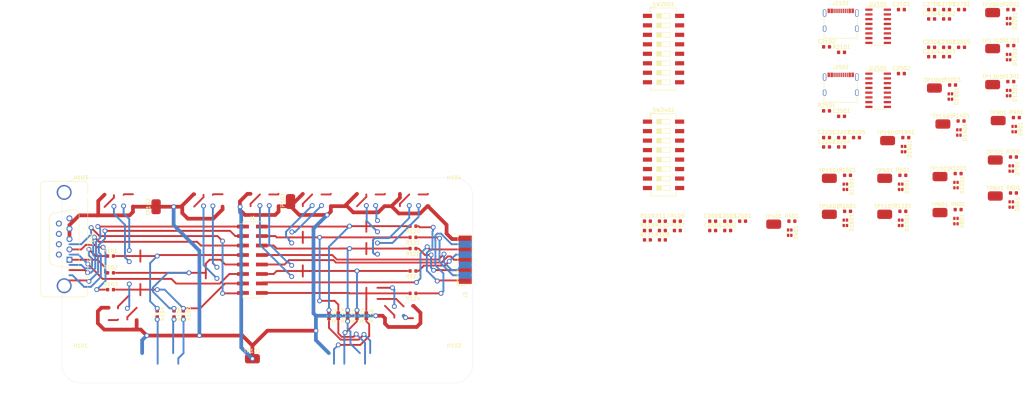
<source format=kicad_pcb>
(kicad_pcb (version 20171130) (host pcbnew 5.1.6-c6e7f7d~87~ubuntu18.04.1)
  (layers (0 F.Cu signal) (31 B.Cu signal) (34 B.Paste user) (35 F.Paste user) (36 B.SilkS user) (37 F.SilkS user) (38 B.Mask user) (39 F.Mask user) (44 Edge.Cuts user))
  (net 0 "")
  (net 1 "Net-(D201-Pad2)")
  (net 2 GND)
  (net 3 "Net-(D202-Pad1)")
  (net 4 "Net-(D301-Pad2)")
  (net 5 "Net-(D302-Pad1)")
  (net 6 "Net-(D401-Pad2)")
  (net 7 "Net-(D402-Pad1)")
  (net 8 "Net-(D501-Pad2)")
  (net 9 "Net-(D502-Pad1)")
  (net 10 "Net-(D601-Pad2)")
  (net 11 "Net-(D602-Pad1)")
  (net 12 "Net-(D701-Pad2)")
  (net 13 "Net-(D702-Pad1)")
  (net 14 "Net-(D801-Pad2)")
  (net 15 "Net-(D802-Pad1)")
  (net 16 "Net-(D901-Pad2)")
  (net 17 "Net-(D902-Pad1)")
  (net 18 "Net-(J1-Pad13)")
  (net 19 "Net-(J1-Pad12)")
  (net 20 "Net-(J1-Pad10)")
  (net 21 "Net-(J2-Pad7)")
  (net 22 "Net-(J5-Pad9)")
  (net 23 "Net-(D203-Pad2)")
  (net 24 "Net-(D204-Pad1)")
  (net 25 "Net-(D303-Pad2)")
  (net 26 "Net-(D304-Pad1)")
  (net 27 "Net-(D403-Pad2)")
  (net 28 "Net-(D404-Pad1)")
  (net 29 "Net-(D503-Pad2)")
  (net 30 "Net-(D504-Pad1)")
  (net 31 "Net-(D603-Pad2)")
  (net 32 "Net-(D604-Pad1)")
  (net 33 "Net-(D703-Pad2)")
  (net 34 "Net-(D704-Pad1)")
  (net 35 "Net-(D803-Pad2)")
  (net 36 "Net-(D804-Pad1)")
  (net 37 "Net-(D903-Pad2)")
  (net 38 "Net-(D904-Pad1)")
  (net 39 "Net-(J4-Pad8)")
  (net 40 "Net-(J4-Pad1)")
  (net 41 "Net-(J4-Pad2)")
  (net 42 "Net-(J5-Pad8)")
  (net 43 "Net-(J5-Pad6)")
  (net 44 "Net-(J5-Pad2)")
  (net 45 "Net-(J5-Pad1)")
  (net 46 "Net-(C2101-Pad1)")
  (net 47 VDD)
  (net 48 "Net-(C2501-Pad1)")
  (net 49 "/LEDs A/Signal1")
  (net 50 "Net-(D401-Pad1)")
  (net 51 "/LEDs A/Signal2")
  (net 52 "Net-(D501-Pad1)")
  (net 53 "/LEDs A/Signal3")
  (net 54 "Net-(D601-Pad1)")
  (net 55 "/LEDs A/Signal4")
  (net 56 "Net-(D701-Pad1)")
  (net 57 "/LEDs A/Signal6")
  (net 58 "Net-(D801-Pad1)")
  (net 59 "/LEDs A/Signal7")
  (net 60 "Net-(D901-Pad1)")
  (net 61 "/LEDs A/Signal8")
  (net 62 "Net-(D1001-Pad1)")
  (net 63 "/LEDs A/Signal9")
  (net 64 "Net-(D1101-Pad1)")
  (net 65 "/LEDs B/Signal1")
  (net 66 "Net-(D1301-Pad1)")
  (net 67 "/LEDs B/Signal2")
  (net 68 "Net-(D1401-Pad1)")
  (net 69 "/LEDs B/Signal3")
  (net 70 "Net-(D1501-Pad1)")
  (net 71 "/LEDs B/Signal4")
  (net 72 "Net-(D1601-Pad1)")
  (net 73 "/LEDs B/Signal6")
  (net 74 "Net-(D1701-Pad1)")
  (net 75 "/LEDs B/Signal7")
  (net 76 "Net-(D1801-Pad1)")
  (net 77 "/LEDs B/Signal8")
  (net 78 "Net-(D1901-Pad1)")
  (net 79 "/LEDs B/Signal9")
  (net 80 "Net-(D2001-Pad1)")
  (net 81 "Net-(J101-Pad3)")
  (net 82 "Net-(J101-Pad4)")
  (net 83 "Net-(J101-Pad7)")
  (net 84 "Net-(J101-Pad0)")
  (net 85 "Net-(J2101-PadS1)")
  (net 86 "Net-(J2101-PadA7)")
  (net 87 "Net-(J2101-PadA6)")
  (net 88 "Net-(J2501-PadS1)")
  (net 89 "Net-(J2501-PadA7)")
  (net 90 "Net-(J2501-PadA6)")
  (net 91 "/UART Hub/~DTR")
  (net 92 "Net-(R2101-Pad1)")
  (net 93 "Net-(R2501-Pad1)")
  (net 94 "/UART Hub/USB - UART/~RI")
  (net 95 "/UART Hub/USB - UART/~CTS")
  (net 96 "/UART Hub/USB - UART/~RTR")
  (net 97 "/UART Hub/USB - UART/~DSR")
  (net 98 "/UART Hub/USB - UART/~DTR")
  (net 99 "/UART Hub/USB - UART/TxD")
  (net 100 "/UART Hub/USB - UART/RxD")
  (net 101 "/UART Hub/USB - UART/~DCD")
  (net 102 "/sheet5F8AD0D9/USB - UART/~RI")
  (net 103 "/sheet5F8AD0D9/USB - UART/~CTS")
  (net 104 "/sheet5F8AD0D9/USB - UART/~RTR")
  (net 105 "/sheet5F8AD0D9/USB - UART/~DSR")
  (net 106 "/sheet5F8AD0D9/USB - UART/~DTR")
  (net 107 "/sheet5F8AD0D9/USB - UART/TxD")
  (net 108 "/sheet5F8AD0D9/USB - UART/RxD")
  (net 109 "/sheet5F8AD0D9/USB - UART/~DCD")
  (module Package_SO:SOIC-16_3.9x9.9mm_P1.27mm (layer F.Cu) (at 277.57 69.61)
    (fp_text reference U2501 (at 0 -5.9) (layer F.SilkS))
    (fp_text value CH340C)
    (pad 16 smd roundrect (at 2.475 -4.445) (size 1.95 0.6) (layers F.Cu F.Paste F.Mask) (net 47 VDD))
    (pad 15 smd roundrect (at 2.475 -3.175) (size 1.95 0.6) (layers F.Cu F.Paste F.Mask) (net 93 "Net-(R2501-Pad1)"))
    (pad 14 smd roundrect (at 2.475 -1.905) (size 1.95 0.6) (layers F.Cu F.Paste F.Mask) (net 104 "/sheet5F8AD0D9/USB - UART/~RTR"))
    (pad 13 smd roundrect (at 2.475 -0.635) (size 1.95 0.6) (layers F.Cu F.Paste F.Mask) (net 106 "/sheet5F8AD0D9/USB - UART/~DTR"))
    (pad 12 smd roundrect (at 2.475 0.635) (size 1.95 0.6) (layers F.Cu F.Paste F.Mask) (net 109 "/sheet5F8AD0D9/USB - UART/~DCD"))
    (pad 11 smd roundrect (at 2.475 1.905) (size 1.95 0.6) (layers F.Cu F.Paste F.Mask) (net 102 "/sheet5F8AD0D9/USB - UART/~RI"))
    (pad 10 smd roundrect (at 2.475 3.175) (size 1.95 0.6) (layers F.Cu F.Paste F.Mask) (net 105 "/sheet5F8AD0D9/USB - UART/~DSR"))
    (pad 9 smd roundrect (at 2.475 4.445) (size 1.95 0.6) (layers F.Cu F.Paste F.Mask) (net 103 "/sheet5F8AD0D9/USB - UART/~CTS"))
    (pad 8 smd roundrect (at -2.475 4.445) (size 1.95 0.6) (layers F.Cu F.Paste F.Mask))
    (pad 7 smd roundrect (at -2.475 3.175) (size 1.95 0.6) (layers F.Cu F.Paste F.Mask))
    (pad 6 smd roundrect (at -2.475 1.905) (size 1.95 0.6) (layers F.Cu F.Paste F.Mask) (net 89 "Net-(J2501-PadA7)"))
    (pad 5 smd roundrect (at -2.475 0.635) (size 1.95 0.6) (layers F.Cu F.Paste F.Mask) (net 90 "Net-(J2501-PadA6)"))
    (pad 4 smd roundrect (at -2.475 -0.635) (size 1.95 0.6) (layers F.Cu F.Paste F.Mask) (net 48 "Net-(C2501-Pad1)"))
    (pad 3 smd roundrect (at -2.475 -1.905) (size 1.95 0.6) (layers F.Cu F.Paste F.Mask) (net 108 "/sheet5F8AD0D9/USB - UART/RxD"))
    (pad 2 smd roundrect (at -2.475 -3.175) (size 1.95 0.6) (layers F.Cu F.Paste F.Mask) (net 107 "/sheet5F8AD0D9/USB - UART/TxD"))
    (pad 1 smd roundrect (at -2.475 -4.445) (size 1.95 0.6) (layers F.Cu F.Paste F.Mask) (net 2 GND))
  )
  (module Package_SO:SOIC-16_3.9x9.9mm_P1.27mm (layer F.Cu) (at 277.57 52.47)
    (fp_text reference U2101 (at 0 -5.9) (layer F.SilkS))
    (fp_text value CH340C)
    (pad 16 smd roundrect (at 2.475 -4.445) (size 1.95 0.6) (layers F.Cu F.Paste F.Mask) (net 47 VDD))
    (pad 15 smd roundrect (at 2.475 -3.175) (size 1.95 0.6) (layers F.Cu F.Paste F.Mask) (net 92 "Net-(R2101-Pad1)"))
    (pad 14 smd roundrect (at 2.475 -1.905) (size 1.95 0.6) (layers F.Cu F.Paste F.Mask) (net 96 "/UART Hub/USB - UART/~RTR"))
    (pad 13 smd roundrect (at 2.475 -0.635) (size 1.95 0.6) (layers F.Cu F.Paste F.Mask) (net 98 "/UART Hub/USB - UART/~DTR"))
    (pad 12 smd roundrect (at 2.475 0.635) (size 1.95 0.6) (layers F.Cu F.Paste F.Mask) (net 101 "/UART Hub/USB - UART/~DCD"))
    (pad 11 smd roundrect (at 2.475 1.905) (size 1.95 0.6) (layers F.Cu F.Paste F.Mask) (net 94 "/UART Hub/USB - UART/~RI"))
    (pad 10 smd roundrect (at 2.475 3.175) (size 1.95 0.6) (layers F.Cu F.Paste F.Mask) (net 97 "/UART Hub/USB - UART/~DSR"))
    (pad 9 smd roundrect (at 2.475 4.445) (size 1.95 0.6) (layers F.Cu F.Paste F.Mask) (net 95 "/UART Hub/USB - UART/~CTS"))
    (pad 8 smd roundrect (at -2.475 4.445) (size 1.95 0.6) (layers F.Cu F.Paste F.Mask))
    (pad 7 smd roundrect (at -2.475 3.175) (size 1.95 0.6) (layers F.Cu F.Paste F.Mask))
    (pad 6 smd roundrect (at -2.475 1.905) (size 1.95 0.6) (layers F.Cu F.Paste F.Mask) (net 86 "Net-(J2101-PadA7)"))
    (pad 5 smd roundrect (at -2.475 0.635) (size 1.95 0.6) (layers F.Cu F.Paste F.Mask) (net 87 "Net-(J2101-PadA6)"))
    (pad 4 smd roundrect (at -2.475 -0.635) (size 1.95 0.6) (layers F.Cu F.Paste F.Mask) (net 46 "Net-(C2101-Pad1)"))
    (pad 3 smd roundrect (at -2.475 -1.905) (size 1.95 0.6) (layers F.Cu F.Paste F.Mask) (net 100 "/UART Hub/USB - UART/RxD"))
    (pad 2 smd roundrect (at -2.475 -3.175) (size 1.95 0.6) (layers F.Cu F.Paste F.Mask) (net 99 "/UART Hub/USB - UART/TxD"))
    (pad 1 smd roundrect (at -2.475 -4.445) (size 1.95 0.6) (layers F.Cu F.Paste F.Mask) (net 2 GND))
  )
  (module rs232-sniffer:Keystone_5016 (layer F.Cu) (at 308.235 48.805)
    (fp_text reference TP2001 (at -0.05 -2.1) (layer F.SilkS))
    (fp_text value "SMD Testpoint")
    (pad 1 smd roundrect (at 0 0) (size 4 2.5) (layers F.Cu F.Paste F.Mask) (net 79 "/LEDs B/Signal9"))
  )
  (module rs232-sniffer:Keystone_5016 (layer F.Cu) (at 280.105 83.085)
    (fp_text reference TP1901 (at -0.05 -2.1) (layer F.SilkS))
    (fp_text value "SMD Testpoint")
    (pad 1 smd roundrect (at 0 0) (size 4 2.5) (layers F.Cu F.Paste F.Mask) (net 77 "/LEDs B/Signal8"))
  )
  (module rs232-sniffer:Keystone_5016 (layer F.Cu) (at 292.645 69.005)
    (fp_text reference TP1801 (at -0.05 -2.1) (layer F.SilkS))
    (fp_text value "SMD Testpoint")
    (pad 1 smd roundrect (at 0 0) (size 4 2.5) (layers F.Cu F.Paste F.Mask) (net 75 "/LEDs B/Signal7"))
  )
  (module rs232-sniffer:Keystone_5016 (layer F.Cu) (at 308.235 58.445)
    (fp_text reference TP1701 (at -0.05 -2.1) (layer F.SilkS))
    (fp_text value "SMD Testpoint")
    (pad 1 smd roundrect (at 0 0) (size 4 2.5) (layers F.Cu F.Paste F.Mask) (net 73 "/LEDs B/Signal6"))
  )
  (module rs232-sniffer:Keystone_5016 (layer F.Cu) (at 264.515 102.825)
    (fp_text reference TP1601 (at -0.05 -2.1) (layer F.SilkS))
    (fp_text value "SMD Testpoint")
    (pad 1 smd roundrect (at 0 0) (size 4 2.5) (layers F.Cu F.Paste F.Mask) (net 71 "/LEDs B/Signal4"))
  )
  (module rs232-sniffer:Keystone_5016 (layer F.Cu) (at 264.515 93.185)
    (fp_text reference TP1501 (at -0.05 -2.1) (layer F.SilkS))
    (fp_text value "SMD Testpoint")
    (pad 1 smd roundrect (at 0 0) (size 4 2.5) (layers F.Cu F.Paste F.Mask) (net 69 "/LEDs B/Signal3"))
  )
  (module rs232-sniffer:Keystone_5016 (layer F.Cu) (at 294.915 78.645)
    (fp_text reference TP1401 (at -0.05 -2.1) (layer F.SilkS))
    (fp_text value "SMD Testpoint")
    (pad 1 smd roundrect (at 0 0) (size 4 2.5) (layers F.Cu F.Paste F.Mask) (net 67 "/LEDs B/Signal2"))
  )
  (module rs232-sniffer:Keystone_5016 (layer F.Cu) (at 308.235 68.085)
    (fp_text reference TP1301 (at -0.05 -2.1) (layer F.SilkS))
    (fp_text value "SMD Testpoint")
    (pad 1 smd roundrect (at 0 0) (size 4 2.5) (layers F.Cu F.Paste F.Mask) (net 65 "/LEDs B/Signal1"))
  )
  (module rs232-sniffer:Keystone_5016 (layer F.Cu) (at 279.325 102.825)
    (fp_text reference TP1101 (at -0.05 -2.1) (layer F.SilkS))
    (fp_text value "SMD Testpoint")
    (pad 1 smd roundrect (at 0 0) (size 4 2.5) (layers F.Cu F.Paste F.Mask) (net 63 "/LEDs A/Signal9"))
  )
  (module rs232-sniffer:Keystone_5016 (layer F.Cu) (at 294.135 92.725)
    (fp_text reference TP1001 (at -0.05 -2.1) (layer F.SilkS))
    (fp_text value "SMD Testpoint")
    (pad 1 smd roundrect (at 0 0) (size 4 2.5) (layers F.Cu F.Paste F.Mask) (net 61 "/LEDs A/Signal8"))
  )
  (module rs232-sniffer:Keystone_5016 (layer F.Cu) (at 309.725 77.725)
    (fp_text reference TP901 (at -0.05 -2.1) (layer F.SilkS))
    (fp_text value "SMD Testpoint")
    (pad 1 smd roundrect (at 0 0) (size 4 2.5) (layers F.Cu F.Paste F.Mask) (net 59 "/LEDs A/Signal7"))
  )
  (module rs232-sniffer:Keystone_5016 (layer F.Cu) (at 294.135 102.365)
    (fp_text reference TP801 (at -0.05 -2.1) (layer F.SilkS))
    (fp_text value "SMD Testpoint")
    (pad 1 smd roundrect (at 0 0) (size 4 2.5) (layers F.Cu F.Paste F.Mask) (net 57 "/LEDs A/Signal6"))
  )
  (module rs232-sniffer:Keystone_5016 (layer F.Cu) (at 308.945 88.285)
    (fp_text reference TP701 (at -0.05 -2.1) (layer F.SilkS))
    (fp_text value "SMD Testpoint")
    (pad 1 smd roundrect (at 0 0) (size 4 2.5) (layers F.Cu F.Paste F.Mask) (net 55 "/LEDs A/Signal4"))
  )
  (module rs232-sniffer:Keystone_5016 (layer F.Cu) (at 308.945 97.925)
    (fp_text reference TP601 (at -0.05 -2.1) (layer F.SilkS))
    (fp_text value "SMD Testpoint")
    (pad 1 smd roundrect (at 0 0) (size 4 2.5) (layers F.Cu F.Paste F.Mask) (net 53 "/LEDs A/Signal3"))
  )
  (module rs232-sniffer:Keystone_5016 (layer F.Cu) (at 279.325 93.185)
    (fp_text reference TP501 (at -0.05 -2.1) (layer F.SilkS))
    (fp_text value "SMD Testpoint")
    (pad 1 smd roundrect (at 0 0) (size 4 2.5) (layers F.Cu F.Paste F.Mask) (net 51 "/LEDs A/Signal2"))
  )
  (module rs232-sniffer:Keystone_5016 (layer F.Cu) (at 249.605 105.465)
    (fp_text reference TP401 (at -0.05 -2.1) (layer F.SilkS))
    (fp_text value "SMD Testpoint")
    (pad 1 smd roundrect (at 0 0) (size 4 2.5) (layers F.Cu F.Paste F.Mask) (net 49 "/LEDs A/Signal1"))
  )
  (module rs232-sniffer:Keystone_5016 (layer F.Cu) (at 120.2 99.4 90)
    (fp_text reference TP103 (at -0.05 -2.1 90) (layer F.SilkS))
    (fp_text value "SMD Testpoint")
    (pad 1 smd roundrect (at 0 0 90) (size 4 2.5) (layers F.Cu F.Paste F.Mask) (net 2 GND))
  )
  (module rs232-sniffer:Keystone_5016 (layer F.Cu) (at 84.2 100.8 90)
    (fp_text reference TP102 (at -0.05 -2.1 90) (layer F.SilkS))
    (fp_text value "SMD Testpoint")
    (pad 1 smd roundrect (at 0 0 90) (size 4 2.5) (layers F.Cu F.Paste F.Mask) (net 2 GND))
  )
  (module rs232-sniffer:Keystone_5016 (layer F.Cu) (at 110 141.5)
    (fp_text reference TP101 (at -0.05 -2.1) (layer F.SilkS))
    (fp_text value "SMD Testpoint")
    (pad 1 smd roundrect (at 0 0) (size 4 2.5) (layers F.Cu F.Paste F.Mask) (net 2 GND))
  )
  (module Button_Switch_SMD:SW_DIP_SPSTx08_Slide_6.7x21.88mm_W8.61mm_P2.54mm_LowProfile (layer F.Cu) (at 220.1 86.9)
    (fp_text reference SW2401 (at 0 -12) (layer F.SilkS))
    (fp_text value "DIP-Switch 8")
    (pad 16 smd rect (at 4.305 -8.89) (size 2.44 1.12) (layers F.Cu F.Paste F.Mask))
    (pad 8 smd rect (at -4.305 8.89) (size 2.44 1.12) (layers F.Cu F.Paste F.Mask) (net 102 "/sheet5F8AD0D9/USB - UART/~RI"))
    (pad 15 smd rect (at 4.305 -6.35) (size 2.44 1.12) (layers F.Cu F.Paste F.Mask))
    (pad 7 smd rect (at -4.305 6.35) (size 2.44 1.12) (layers F.Cu F.Paste F.Mask) (net 103 "/sheet5F8AD0D9/USB - UART/~CTS"))
    (pad 14 smd rect (at 4.305 -3.81) (size 2.44 1.12) (layers F.Cu F.Paste F.Mask))
    (pad 6 smd rect (at -4.305 3.81) (size 2.44 1.12) (layers F.Cu F.Paste F.Mask) (net 104 "/sheet5F8AD0D9/USB - UART/~RTR"))
    (pad 13 smd rect (at 4.305 -1.27) (size 2.44 1.12) (layers F.Cu F.Paste F.Mask))
    (pad 5 smd rect (at -4.305 1.27) (size 2.44 1.12) (layers F.Cu F.Paste F.Mask) (net 105 "/sheet5F8AD0D9/USB - UART/~DSR"))
    (pad 12 smd rect (at 4.305 1.27) (size 2.44 1.12) (layers F.Cu F.Paste F.Mask))
    (pad 4 smd rect (at -4.305 -1.27) (size 2.44 1.12) (layers F.Cu F.Paste F.Mask) (net 106 "/sheet5F8AD0D9/USB - UART/~DTR"))
    (pad 11 smd rect (at 4.305 3.81) (size 2.44 1.12) (layers F.Cu F.Paste F.Mask))
    (pad 3 smd rect (at -4.305 -3.81) (size 2.44 1.12) (layers F.Cu F.Paste F.Mask) (net 107 "/sheet5F8AD0D9/USB - UART/TxD"))
    (pad 10 smd rect (at 4.305 6.35) (size 2.44 1.12) (layers F.Cu F.Paste F.Mask))
    (pad 2 smd rect (at -4.305 -6.35) (size 2.44 1.12) (layers F.Cu F.Paste F.Mask) (net 108 "/sheet5F8AD0D9/USB - UART/RxD"))
    (pad 9 smd rect (at 4.305 8.89) (size 2.44 1.12) (layers F.Cu F.Paste F.Mask))
    (pad 1 smd rect (at -4.305 -8.89) (size 2.44 1.12) (layers F.Cu F.Paste F.Mask) (net 109 "/sheet5F8AD0D9/USB - UART/~DCD"))
  )
  (module Button_Switch_SMD:SW_DIP_SPSTx08_Slide_6.7x21.88mm_W8.61mm_P2.54mm_LowProfile (layer F.Cu) (at 220.1 58.57)
    (fp_text reference SW2001 (at 0 -12) (layer F.SilkS))
    (fp_text value "DIP-Switch 8")
    (pad 16 smd rect (at 4.305 -8.89) (size 2.44 1.12) (layers F.Cu F.Paste F.Mask))
    (pad 8 smd rect (at -4.305 8.89) (size 2.44 1.12) (layers F.Cu F.Paste F.Mask) (net 94 "/UART Hub/USB - UART/~RI"))
    (pad 15 smd rect (at 4.305 -6.35) (size 2.44 1.12) (layers F.Cu F.Paste F.Mask))
    (pad 7 smd rect (at -4.305 6.35) (size 2.44 1.12) (layers F.Cu F.Paste F.Mask) (net 95 "/UART Hub/USB - UART/~CTS"))
    (pad 14 smd rect (at 4.305 -3.81) (size 2.44 1.12) (layers F.Cu F.Paste F.Mask))
    (pad 6 smd rect (at -4.305 3.81) (size 2.44 1.12) (layers F.Cu F.Paste F.Mask) (net 96 "/UART Hub/USB - UART/~RTR"))
    (pad 13 smd rect (at 4.305 -1.27) (size 2.44 1.12) (layers F.Cu F.Paste F.Mask))
    (pad 5 smd rect (at -4.305 1.27) (size 2.44 1.12) (layers F.Cu F.Paste F.Mask) (net 97 "/UART Hub/USB - UART/~DSR"))
    (pad 12 smd rect (at 4.305 1.27) (size 2.44 1.12) (layers F.Cu F.Paste F.Mask))
    (pad 4 smd rect (at -4.305 -1.27) (size 2.44 1.12) (layers F.Cu F.Paste F.Mask) (net 98 "/UART Hub/USB - UART/~DTR"))
    (pad 11 smd rect (at 4.305 3.81) (size 2.44 1.12) (layers F.Cu F.Paste F.Mask))
    (pad 3 smd rect (at -4.305 -3.81) (size 2.44 1.12) (layers F.Cu F.Paste F.Mask) (net 99 "/UART Hub/USB - UART/TxD"))
    (pad 10 smd rect (at 4.305 6.35) (size 2.44 1.12) (layers F.Cu F.Paste F.Mask))
    (pad 2 smd rect (at -4.305 -6.35) (size 2.44 1.12) (layers F.Cu F.Paste F.Mask) (net 100 "/UART Hub/USB - UART/RxD"))
    (pad 9 smd rect (at 4.305 8.89) (size 2.44 1.12) (layers F.Cu F.Paste F.Mask))
    (pad 1 smd rect (at -4.305 -8.89) (size 2.44 1.12) (layers F.Cu F.Paste F.Mask) (net 101 "/UART Hub/USB - UART/~DCD"))
  )
  (module Resistor_SMD:R_0603_1608Metric (layer F.Cu) (at 263.76 75.12)
    (fp_text reference R2501 (at 0 -1.43) (layer F.SilkS))
    (fp_text value 100R)
    (pad 2 smd roundrect (at 0.7875 0) (size 0.875 0.95) (layers F.Cu F.Paste F.Mask) (net 2 GND))
    (pad 1 smd roundrect (at -0.7875 0) (size 0.875 0.95) (layers F.Cu F.Paste F.Mask) (net 93 "Net-(R2501-Pad1)"))
  )
  (module Resistor_SMD:R_0603_1608Metric (layer F.Cu) (at 267.77 59.45)
    (fp_text reference R2101 (at 0 -1.43) (layer F.SilkS))
    (fp_text value 100R)
    (pad 2 smd roundrect (at 0.7875 0) (size 0.875 0.95) (layers F.Cu F.Paste F.Mask) (net 2 GND))
    (pad 1 smd roundrect (at -0.7875 0) (size 0.875 0.95) (layers F.Cu F.Paste F.Mask) (net 92 "Net-(R2101-Pad1)"))
  )
  (module Resistor_SMD:R_0603_1608Metric (layer F.Cu) (at 313.1 48)
    (fp_text reference R2001 (at 0 -1.43) (layer F.SilkS))
    (fp_text value 4k7)
    (pad 2 smd roundrect (at 0.7875 0) (size 0.875 0.95) (layers F.Cu F.Paste F.Mask) (net 2 GND))
    (pad 1 smd roundrect (at -0.7875 0) (size 0.875 0.95) (layers F.Cu F.Paste F.Mask) (net 80 "Net-(D2001-Pad1)"))
  )
  (module Resistor_SMD:R_0603_1608Metric (layer F.Cu) (at 284.97 82.28)
    (fp_text reference R1901 (at 0 -1.43) (layer F.SilkS))
    (fp_text value 4k7)
    (pad 2 smd roundrect (at 0.7875 0) (size 0.875 0.95) (layers F.Cu F.Paste F.Mask) (net 2 GND))
    (pad 1 smd roundrect (at -0.7875 0) (size 0.875 0.95) (layers F.Cu F.Paste F.Mask) (net 78 "Net-(D1901-Pad1)"))
  )
  (module Resistor_SMD:R_0603_1608Metric (layer F.Cu) (at 297.51 68.2)
    (fp_text reference R1801 (at 0 -1.43) (layer F.SilkS))
    (fp_text value 4k7)
    (pad 2 smd roundrect (at 0.7875 0) (size 0.875 0.95) (layers F.Cu F.Paste F.Mask) (net 2 GND))
    (pad 1 smd roundrect (at -0.7875 0) (size 0.875 0.95) (layers F.Cu F.Paste F.Mask) (net 76 "Net-(D1801-Pad1)"))
  )
  (module Resistor_SMD:R_0603_1608Metric (layer F.Cu) (at 313.1 57.64)
    (fp_text reference R1701 (at 0 -1.43) (layer F.SilkS))
    (fp_text value 4k7)
    (pad 2 smd roundrect (at 0.7875 0) (size 0.875 0.95) (layers F.Cu F.Paste F.Mask) (net 2 GND))
    (pad 1 smd roundrect (at -0.7875 0) (size 0.875 0.95) (layers F.Cu F.Paste F.Mask) (net 74 "Net-(D1701-Pad1)"))
  )
  (module Resistor_SMD:R_0603_1608Metric (layer F.Cu) (at 269.38 102.02)
    (fp_text reference R1601 (at 0 -1.43) (layer F.SilkS))
    (fp_text value 4k7)
    (pad 2 smd roundrect (at 0.7875 0) (size 0.875 0.95) (layers F.Cu F.Paste F.Mask) (net 2 GND))
    (pad 1 smd roundrect (at -0.7875 0) (size 0.875 0.95) (layers F.Cu F.Paste F.Mask) (net 72 "Net-(D1601-Pad1)"))
  )
  (module Resistor_SMD:R_0603_1608Metric (layer F.Cu) (at 269.38 92.38)
    (fp_text reference R1501 (at 0 -1.43) (layer F.SilkS))
    (fp_text value 4k7)
    (pad 2 smd roundrect (at 0.7875 0) (size 0.875 0.95) (layers F.Cu F.Paste F.Mask) (net 2 GND))
    (pad 1 smd roundrect (at -0.7875 0) (size 0.875 0.95) (layers F.Cu F.Paste F.Mask) (net 70 "Net-(D1501-Pad1)"))
  )
  (module Resistor_SMD:R_0603_1608Metric (layer F.Cu) (at 299.78 77.84)
    (fp_text reference R1401 (at 0 -1.43) (layer F.SilkS))
    (fp_text value 4k7)
    (pad 2 smd roundrect (at 0.7875 0) (size 0.875 0.95) (layers F.Cu F.Paste F.Mask) (net 2 GND))
    (pad 1 smd roundrect (at -0.7875 0) (size 0.875 0.95) (layers F.Cu F.Paste F.Mask) (net 68 "Net-(D1401-Pad1)"))
  )
  (module Resistor_SMD:R_0603_1608Metric (layer F.Cu) (at 313.1 67.28)
    (fp_text reference R1301 (at 0 -1.43) (layer F.SilkS))
    (fp_text value 4k7)
    (pad 2 smd roundrect (at 0.7875 0) (size 0.875 0.95) (layers F.Cu F.Paste F.Mask) (net 2 GND))
    (pad 1 smd roundrect (at -0.7875 0) (size 0.875 0.95) (layers F.Cu F.Paste F.Mask) (net 66 "Net-(D1301-Pad1)"))
  )
  (module Resistor_SMD:R_0603_1608Metric (layer F.Cu) (at 284.19 102.02)
    (fp_text reference R1101 (at 0 -1.43) (layer F.SilkS))
    (fp_text value 4k7)
    (pad 2 smd roundrect (at 0.7875 0) (size 0.875 0.95) (layers F.Cu F.Paste F.Mask) (net 2 GND))
    (pad 1 smd roundrect (at -0.7875 0) (size 0.875 0.95) (layers F.Cu F.Paste F.Mask) (net 64 "Net-(D1101-Pad1)"))
  )
  (module Resistor_SMD:R_0603_1608Metric (layer F.Cu) (at 299 91.92)
    (fp_text reference R1001 (at 0 -1.43) (layer F.SilkS))
    (fp_text value 4k7)
    (pad 2 smd roundrect (at 0.7875 0) (size 0.875 0.95) (layers F.Cu F.Paste F.Mask) (net 2 GND))
    (pad 1 smd roundrect (at -0.7875 0) (size 0.875 0.95) (layers F.Cu F.Paste F.Mask) (net 62 "Net-(D1001-Pad1)"))
  )
  (module Resistor_SMD:R_0603_1608Metric (layer F.Cu) (at 314.59 76.92)
    (fp_text reference R901 (at 0 -1.43) (layer F.SilkS))
    (fp_text value 4k7)
    (pad 2 smd roundrect (at 0.7875 0) (size 0.875 0.95) (layers F.Cu F.Paste F.Mask) (net 2 GND))
    (pad 1 smd roundrect (at -0.7875 0) (size 0.875 0.95) (layers F.Cu F.Paste F.Mask) (net 60 "Net-(D901-Pad1)"))
  )
  (module Resistor_SMD:R_0603_1608Metric (layer F.Cu) (at 299 101.56)
    (fp_text reference R801 (at 0 -1.43) (layer F.SilkS))
    (fp_text value 4k7)
    (pad 2 smd roundrect (at 0.7875 0) (size 0.875 0.95) (layers F.Cu F.Paste F.Mask) (net 2 GND))
    (pad 1 smd roundrect (at -0.7875 0) (size 0.875 0.95) (layers F.Cu F.Paste F.Mask) (net 58 "Net-(D801-Pad1)"))
  )
  (module Resistor_SMD:R_0603_1608Metric (layer F.Cu) (at 313.81 87.48)
    (fp_text reference R701 (at 0 -1.43) (layer F.SilkS))
    (fp_text value 4k7)
    (pad 2 smd roundrect (at 0.7875 0) (size 0.875 0.95) (layers F.Cu F.Paste F.Mask) (net 2 GND))
    (pad 1 smd roundrect (at -0.7875 0) (size 0.875 0.95) (layers F.Cu F.Paste F.Mask) (net 56 "Net-(D701-Pad1)"))
  )
  (module Resistor_SMD:R_0603_1608Metric (layer F.Cu) (at 313.81 97.12)
    (fp_text reference R601 (at 0 -1.43) (layer F.SilkS))
    (fp_text value 4k7)
    (pad 2 smd roundrect (at 0.7875 0) (size 0.875 0.95) (layers F.Cu F.Paste F.Mask) (net 2 GND))
    (pad 1 smd roundrect (at -0.7875 0) (size 0.875 0.95) (layers F.Cu F.Paste F.Mask) (net 54 "Net-(D601-Pad1)"))
  )
  (module Resistor_SMD:R_0603_1608Metric (layer F.Cu) (at 284.19 92.38)
    (fp_text reference R501 (at 0 -1.43) (layer F.SilkS))
    (fp_text value 4k7)
    (pad 2 smd roundrect (at 0.7875 0) (size 0.875 0.95) (layers F.Cu F.Paste F.Mask) (net 2 GND))
    (pad 1 smd roundrect (at -0.7875 0) (size 0.875 0.95) (layers F.Cu F.Paste F.Mask) (net 52 "Net-(D501-Pad1)"))
  )
  (module Resistor_SMD:R_0603_1608Metric (layer F.Cu) (at 254.47 104.66)
    (fp_text reference R401 (at 0 -1.43) (layer F.SilkS))
    (fp_text value 4k7)
    (pad 2 smd roundrect (at 0.7875 0) (size 0.875 0.95) (layers F.Cu F.Paste F.Mask) (net 2 GND))
    (pad 1 smd roundrect (at -0.7875 0) (size 0.875 0.95) (layers F.Cu F.Paste F.Mask) (net 50 "Net-(D401-Pad1)"))
  )
  (module Resistor_SMD:R_0603_1608Metric (layer F.Cu) (at 153 124 180)
    (fp_text reference R124 (at 0 -1.43) (layer F.SilkS))
    (fp_text value 100R)
    (pad 2 smd roundrect (at 0.7875 0 180) (size 0.875 0.95) (layers F.Cu F.Paste F.Mask) (net 79 "/LEDs B/Signal9"))
    (pad 1 smd roundrect (at -0.7875 0 180) (size 0.875 0.95) (layers F.Cu F.Paste F.Mask))
  )
  (module Resistor_SMD:R_0603_1608Metric (layer F.Cu) (at 153 118 180)
    (fp_text reference R123 (at 0 -1.43) (layer F.SilkS))
    (fp_text value 100R)
    (pad 2 smd roundrect (at 0.7875 0 180) (size 0.875 0.95) (layers F.Cu F.Paste F.Mask) (net 77 "/LEDs B/Signal8"))
    (pad 1 smd roundrect (at -0.7875 0 180) (size 0.875 0.95) (layers F.Cu F.Paste F.Mask))
  )
  (module Resistor_SMD:R_0603_1608Metric (layer F.Cu) (at 153 112 180)
    (fp_text reference R122 (at 0 -1.43) (layer F.SilkS))
    (fp_text value 100R)
    (pad 2 smd roundrect (at 0.7875 0 180) (size 0.875 0.95) (layers F.Cu F.Paste F.Mask) (net 67 "/LEDs B/Signal2"))
    (pad 1 smd roundrect (at -0.7875 0 180) (size 0.875 0.95) (layers F.Cu F.Paste F.Mask))
  )
  (module Resistor_SMD:R_0603_1608Metric (layer F.Cu) (at 153 109 180)
    (fp_text reference R121 (at 0 -1.43) (layer F.SilkS))
    (fp_text value 100R)
    (pad 2 smd roundrect (at 0.7875 0 180) (size 0.875 0.95) (layers F.Cu F.Paste F.Mask) (net 73 "/LEDs B/Signal6"))
    (pad 1 smd roundrect (at -0.7875 0 180) (size 0.875 0.95) (layers F.Cu F.Paste F.Mask))
  )
  (module Resistor_SMD:R_0603_1608Metric (layer F.Cu) (at 153 106 180)
    (fp_text reference R120 (at 0 -1.43) (layer F.SilkS))
    (fp_text value 100R)
    (pad 2 smd roundrect (at 0.7875 0 180) (size 0.875 0.95) (layers F.Cu F.Paste F.Mask) (net 65 "/LEDs B/Signal1"))
    (pad 1 smd roundrect (at -0.7875 0 180) (size 0.875 0.95) (layers F.Cu F.Paste F.Mask))
  )
  (module Resistor_SMD:R_0603_1608Metric (layer F.Cu) (at 215.78 104.66)
    (fp_text reference R119 (at 0 -1.43) (layer F.SilkS))
    (fp_text value 100R)
    (pad 2 smd roundrect (at 0.7875 0) (size 0.875 0.95) (layers F.Cu F.Paste F.Mask))
    (pad 1 smd roundrect (at -0.7875 0) (size 0.875 0.95) (layers F.Cu F.Paste F.Mask))
  )
  (module Resistor_SMD:R_0603_1608Metric (layer F.Cu) (at 215.78 107.17)
    (fp_text reference R118 (at 0 -1.43) (layer F.SilkS))
    (fp_text value 100R)
    (pad 2 smd roundrect (at 0.7875 0) (size 0.875 0.95) (layers F.Cu F.Paste F.Mask))
    (pad 1 smd roundrect (at -0.7875 0) (size 0.875 0.95) (layers F.Cu F.Paste F.Mask))
  )
  (module Resistor_SMD:R_0603_1608Metric (layer F.Cu) (at 219.79 104.66)
    (fp_text reference R117 (at 0 -1.43) (layer F.SilkS))
    (fp_text value 100R)
    (pad 2 smd roundrect (at 0.7875 0) (size 0.875 0.95) (layers F.Cu F.Paste F.Mask))
    (pad 1 smd roundrect (at -0.7875 0) (size 0.875 0.95) (layers F.Cu F.Paste F.Mask))
  )
  (module Resistor_SMD:R_0603_1608Metric (layer F.Cu) (at 140.5 130 270)
    (fp_text reference R116 (at 0 -1.43 90) (layer F.SilkS))
    (fp_text value 100R)
    (pad 2 smd roundrect (at 0.7875 0 270) (size 0.875 0.95) (layers F.Cu F.Paste F.Mask))
    (pad 1 smd roundrect (at -0.7875 0 270) (size 0.875 0.95) (layers F.Cu F.Paste F.Mask) (net 79 "/LEDs B/Signal9"))
  )
  (module Resistor_SMD:R_0603_1608Metric (layer F.Cu) (at 138 130 270)
    (fp_text reference R115 (at 0 -1.43 90) (layer F.SilkS))
    (fp_text value 100R)
    (pad 2 smd roundrect (at 0.7875 0 270) (size 0.875 0.95) (layers F.Cu F.Paste F.Mask))
    (pad 1 smd roundrect (at -0.7875 0 270) (size 0.875 0.95) (layers F.Cu F.Paste F.Mask) (net 77 "/LEDs B/Signal8"))
  )
  (module Resistor_SMD:R_0603_1608Metric (layer F.Cu) (at 135.5 130 270)
    (fp_text reference R114 (at 0 -1.43 90) (layer F.SilkS))
    (fp_text value 100R)
    (pad 2 smd roundrect (at 0.7875 0 270) (size 0.875 0.95) (layers F.Cu F.Paste F.Mask))
    (pad 1 smd roundrect (at -0.7875 0 270) (size 0.875 0.95) (layers F.Cu F.Paste F.Mask) (net 67 "/LEDs B/Signal2"))
  )
  (module Resistor_SMD:R_0603_1608Metric (layer F.Cu) (at 133 130 270)
    (fp_text reference R113 (at 0 -1.43 90) (layer F.SilkS))
    (fp_text value 100R)
    (pad 2 smd roundrect (at 0.7875 0 270) (size 0.875 0.95) (layers F.Cu F.Paste F.Mask))
    (pad 1 smd roundrect (at -0.7875 0 270) (size 0.875 0.95) (layers F.Cu F.Paste F.Mask) (net 73 "/LEDs B/Signal6"))
  )
  (module Resistor_SMD:R_0603_1608Metric (layer F.Cu) (at 130.5 130 270)
    (fp_text reference R112 (at 0 -1.43 90) (layer F.SilkS))
    (fp_text value 100R)
    (pad 2 smd roundrect (at 0.7875 0 270) (size 0.875 0.95) (layers F.Cu F.Paste F.Mask))
    (pad 1 smd roundrect (at -0.7875 0 270) (size 0.875 0.95) (layers F.Cu F.Paste F.Mask) (net 65 "/LEDs B/Signal1"))
  )
  (module Resistor_SMD:R_0603_1608Metric (layer F.Cu) (at 215.78 109.68)
    (fp_text reference R111 (at 0 -1.43) (layer F.SilkS))
    (fp_text value 100R)
    (pad 2 smd roundrect (at 0.7875 0) (size 0.875 0.95) (layers F.Cu F.Paste F.Mask))
    (pad 1 smd roundrect (at -0.7875 0) (size 0.875 0.95) (layers F.Cu F.Paste F.Mask) (net 91 "/UART Hub/~DTR"))
  )
  (module Resistor_SMD:R_0603_1608Metric (layer F.Cu) (at 219.79 107.17)
    (fp_text reference R110 (at 0 -1.43) (layer F.SilkS))
    (fp_text value 100R)
    (pad 2 smd roundrect (at 0.7875 0) (size 0.875 0.95) (layers F.Cu F.Paste F.Mask))
    (pad 1 smd roundrect (at -0.7875 0) (size 0.875 0.95) (layers F.Cu F.Paste F.Mask) (net 91 "/UART Hub/~DTR"))
  )
  (module Resistor_SMD:R_0603_1608Metric (layer F.Cu) (at 223.8 104.66)
    (fp_text reference R109 (at 0 -1.43) (layer F.SilkS))
    (fp_text value 100R)
    (pad 2 smd roundrect (at 0.7875 0) (size 0.875 0.95) (layers F.Cu F.Paste F.Mask))
    (pad 1 smd roundrect (at -0.7875 0) (size 0.875 0.95) (layers F.Cu F.Paste F.Mask))
  )
  (module Resistor_SMD:R_0603_1608Metric (layer F.Cu) (at 219.79 109.68)
    (fp_text reference R108 (at 0 -1.43) (layer F.SilkS))
    (fp_text value 100R)
    (pad 2 smd roundrect (at 0.7875 0) (size 0.875 0.95) (layers F.Cu F.Paste F.Mask))
    (pad 1 smd roundrect (at -0.7875 0) (size 0.875 0.95) (layers F.Cu F.Paste F.Mask))
  )
  (module Resistor_SMD:R_0603_1608Metric (layer F.Cu) (at 223.8 107.17)
    (fp_text reference R107 (at 0 -1.43) (layer F.SilkS))
    (fp_text value 100R)
    (pad 2 smd roundrect (at 0.7875 0) (size 0.875 0.95) (layers F.Cu F.Paste F.Mask))
    (pad 1 smd roundrect (at -0.7875 0) (size 0.875 0.95) (layers F.Cu F.Paste F.Mask) (net 55 "/LEDs A/Signal4"))
  )
  (module Resistor_SMD:R_0603_1608Metric (layer F.Cu) (at 91.5 129.5 270)
    (fp_text reference R106 (at 0 -1.43 90) (layer F.SilkS))
    (fp_text value 100R)
    (pad 2 smd roundrect (at 0.7875 0 270) (size 0.875 0.95) (layers F.Cu F.Paste F.Mask))
    (pad 1 smd roundrect (at -0.7875 0 270) (size 0.875 0.95) (layers F.Cu F.Paste F.Mask) (net 55 "/LEDs A/Signal4"))
  )
  (module Resistor_SMD:R_0603_1608Metric (layer F.Cu) (at 89 129.5 270)
    (fp_text reference R105 (at 0 -1.43 90) (layer F.SilkS))
    (fp_text value 100R)
    (pad 2 smd roundrect (at 0.7875 0 270) (size 0.875 0.95) (layers F.Cu F.Paste F.Mask))
    (pad 1 smd roundrect (at -0.7875 0 270) (size 0.875 0.95) (layers F.Cu F.Paste F.Mask) (net 53 "/LEDs A/Signal3"))
  )
  (module Resistor_SMD:R_0603_1608Metric (layer F.Cu) (at 84.5 129.5 270)
    (fp_text reference R104 (at 0 -1.43 90) (layer F.SilkS))
    (fp_text value 100R)
    (pad 2 smd roundrect (at 0.7875 0 270) (size 0.875 0.95) (layers F.Cu F.Paste F.Mask))
    (pad 1 smd roundrect (at -0.7875 0 270) (size 0.875 0.95) (layers F.Cu F.Paste F.Mask) (net 59 "/LEDs A/Signal7"))
  )
  (module Resistor_SMD:R_0603_1608Metric (layer F.Cu) (at 72 123)
    (fp_text reference R103 (at 0 -1.43) (layer F.SilkS))
    (fp_text value 100R)
    (pad 2 smd roundrect (at 0.7875 0) (size 0.875 0.95) (layers F.Cu F.Paste F.Mask) (net 55 "/LEDs A/Signal4"))
    (pad 1 smd roundrect (at -0.7875 0) (size 0.875 0.95) (layers F.Cu F.Paste F.Mask) (net 82 "Net-(J101-Pad4)"))
  )
  (module Resistor_SMD:R_0603_1608Metric (layer F.Cu) (at 72 118.5)
    (fp_text reference R102 (at 0 -1.43) (layer F.SilkS))
    (fp_text value 100R)
    (pad 2 smd roundrect (at 0.7875 0) (size 0.875 0.95) (layers F.Cu F.Paste F.Mask) (net 53 "/LEDs A/Signal3"))
    (pad 1 smd roundrect (at -0.7875 0) (size 0.875 0.95) (layers F.Cu F.Paste F.Mask) (net 81 "Net-(J101-Pad3)"))
  )
  (module Resistor_SMD:R_0603_1608Metric (layer F.Cu) (at 72 114)
    (fp_text reference R101 (at 0 -1.43) (layer F.SilkS))
    (fp_text value 100R)
    (pad 2 smd roundrect (at 0.7875 0) (size 0.875 0.95) (layers F.Cu F.Paste F.Mask) (net 59 "/LEDs A/Signal7"))
    (pad 1 smd roundrect (at -0.7875 0) (size 0.875 0.95) (layers F.Cu F.Paste F.Mask) (net 83 "Net-(J101-Pad7)"))
  )
  (module rs232-sniffer:USB_C_Receptacle_LCSC_C167321 (layer F.Cu) (at 267.55 68)
    (fp_text reference J2501 (at 0 -4.58) (layer F.SilkS))
    (fp_text value USB-C/16p)
    (pad S1 thru_hole oval (at -4.32 -1.93 90) (size 2 0.9) (drill oval 1.7 0.6) (layers *.Cu *.Mask) (net 88 "Net-(J2501-PadS1)"))
    (pad S1 thru_hole oval (at 4.32 -1.93 90) (size 2 0.9) (drill oval 1.7 0.6) (layers *.Cu *.Mask) (net 88 "Net-(J2501-PadS1)"))
    (pad S1 thru_hole oval (at -4.32 2.24 90) (size 1.7 0.9) (drill oval 1.4 0.6) (layers *.Cu *.Mask) (net 88 "Net-(J2501-PadS1)"))
    (pad S1 thru_hole oval (at 4.32 2.24 90) (size 1.7 0.9) (drill oval 1.4 0.6) (layers *.Cu *.Mask) (net 88 "Net-(J2501-PadS1)"))
    (pad B7 smd rect (at -0.75 -2.51 180) (size 0.3 1.16) (layers F.Cu F.Paste F.Mask) (net 89 "Net-(J2501-PadA7)"))
    (pad A6 smd rect (at -0.25 -2.51 180) (size 0.3 1.16) (layers F.Cu F.Paste F.Mask) (net 90 "Net-(J2501-PadA6)"))
    (pad A7 smd rect (at 0.25 -2.51 180) (size 0.3 1.16) (layers F.Cu F.Paste F.Mask) (net 89 "Net-(J2501-PadA7)"))
    (pad B8 smd rect (at -1.75 -2.51 180) (size 0.3 1.16) (layers F.Cu F.Paste F.Mask))
    (pad A5 smd rect (at -1.25 -2.51 180) (size 0.3 1.16) (layers F.Cu F.Paste F.Mask))
    (pad A8 smd rect (at 1.25 -2.51 180) (size 0.3 1.16) (layers F.Cu F.Paste F.Mask))
    (pad B6 smd rect (at 0.75 -2.51 180) (size 0.3 1.16) (layers F.Cu F.Paste F.Mask) (net 90 "Net-(J2501-PadA6)"))
    (pad B5 smd rect (at 1.75 -2.51 180) (size 0.3 1.16) (layers F.Cu F.Paste F.Mask))
    (pad "" np_thru_hole circle (at 2.89 -1.45 180) (size 0.6 0.6) (drill 0.6) (layers *.Cu *.Mask))
    (pad "" np_thru_hole circle (at -2.89 -1.45 180) (size 0.6 0.6) (drill 0.6) (layers *.Cu *.Mask))
    (pad A4 smd rect (at -2.4 -2.51) (size 0.6 1.16) (layers F.Cu F.Paste F.Mask) (net 47 VDD))
    (pad B9 smd rect (at -2.4 -2.51) (size 0.6 1.16) (layers F.Cu F.Paste F.Mask) (net 47 VDD))
    (pad A1 smd rect (at -3.2 -2.51) (size 0.6 1.16) (layers F.Cu F.Paste F.Mask) (net 2 GND))
    (pad B12 smd rect (at -3.2 -2.51) (size 0.6 1.16) (layers F.Cu F.Paste F.Mask) (net 2 GND))
    (pad B4 smd rect (at 2.4 -2.51) (size 0.6 1.16) (layers F.Cu F.Paste F.Mask) (net 47 VDD))
    (pad B1 smd rect (at 3.2 -2.51) (size 0.6 1.16) (layers F.Cu F.Paste F.Mask) (net 2 GND))
    (pad A9 smd rect (at 2.4 -2.51) (size 0.6 1.16) (layers F.Cu F.Paste F.Mask) (net 47 VDD))
    (pad A12 smd rect (at 3.2 -2.51) (size 0.6 1.16) (layers F.Cu F.Paste F.Mask) (net 2 GND))
  )
  (module rs232-sniffer:USB_C_Receptacle_LCSC_C167321 (layer F.Cu) (at 267.55 50.86)
    (fp_text reference J2101 (at 0 -4.58) (layer F.SilkS))
    (fp_text value USB-C/16p)
    (pad S1 thru_hole oval (at -4.32 -1.93 90) (size 2 0.9) (drill oval 1.7 0.6) (layers *.Cu *.Mask) (net 85 "Net-(J2101-PadS1)"))
    (pad S1 thru_hole oval (at 4.32 -1.93 90) (size 2 0.9) (drill oval 1.7 0.6) (layers *.Cu *.Mask) (net 85 "Net-(J2101-PadS1)"))
    (pad S1 thru_hole oval (at -4.32 2.24 90) (size 1.7 0.9) (drill oval 1.4 0.6) (layers *.Cu *.Mask) (net 85 "Net-(J2101-PadS1)"))
    (pad S1 thru_hole oval (at 4.32 2.24 90) (size 1.7 0.9) (drill oval 1.4 0.6) (layers *.Cu *.Mask) (net 85 "Net-(J2101-PadS1)"))
    (pad B7 smd rect (at -0.75 -2.51 180) (size 0.3 1.16) (layers F.Cu F.Paste F.Mask) (net 86 "Net-(J2101-PadA7)"))
    (pad A6 smd rect (at -0.25 -2.51 180) (size 0.3 1.16) (layers F.Cu F.Paste F.Mask) (net 87 "Net-(J2101-PadA6)"))
    (pad A7 smd rect (at 0.25 -2.51 180) (size 0.3 1.16) (layers F.Cu F.Paste F.Mask) (net 86 "Net-(J2101-PadA7)"))
    (pad B8 smd rect (at -1.75 -2.51 180) (size 0.3 1.16) (layers F.Cu F.Paste F.Mask))
    (pad A5 smd rect (at -1.25 -2.51 180) (size 0.3 1.16) (layers F.Cu F.Paste F.Mask))
    (pad A8 smd rect (at 1.25 -2.51 180) (size 0.3 1.16) (layers F.Cu F.Paste F.Mask))
    (pad B6 smd rect (at 0.75 -2.51 180) (size 0.3 1.16) (layers F.Cu F.Paste F.Mask) (net 87 "Net-(J2101-PadA6)"))
    (pad B5 smd rect (at 1.75 -2.51 180) (size 0.3 1.16) (layers F.Cu F.Paste F.Mask))
    (pad "" np_thru_hole circle (at 2.89 -1.45 180) (size 0.6 0.6) (drill 0.6) (layers *.Cu *.Mask))
    (pad "" np_thru_hole circle (at -2.89 -1.45 180) (size 0.6 0.6) (drill 0.6) (layers *.Cu *.Mask))
    (pad A4 smd rect (at -2.4 -2.51) (size 0.6 1.16) (layers F.Cu F.Paste F.Mask) (net 47 VDD))
    (pad B9 smd rect (at -2.4 -2.51) (size 0.6 1.16) (layers F.Cu F.Paste F.Mask) (net 47 VDD))
    (pad A1 smd rect (at -3.2 -2.51) (size 0.6 1.16) (layers F.Cu F.Paste F.Mask) (net 2 GND))
    (pad B12 smd rect (at -3.2 -2.51) (size 0.6 1.16) (layers F.Cu F.Paste F.Mask) (net 2 GND))
    (pad B4 smd rect (at 2.4 -2.51) (size 0.6 1.16) (layers F.Cu F.Paste F.Mask) (net 47 VDD))
    (pad B1 smd rect (at 3.2 -2.51) (size 0.6 1.16) (layers F.Cu F.Paste F.Mask) (net 2 GND))
    (pad A9 smd rect (at 2.4 -2.51) (size 0.6 1.16) (layers F.Cu F.Paste F.Mask) (net 47 VDD))
    (pad A12 smd rect (at 3.2 -2.51) (size 0.6 1.16) (layers F.Cu F.Paste F.Mask) (net 2 GND))
  )
  (module rs232-sniffer:DSUB-9_Female_Vertical_P2.77x2.84mm_MountingHoles (layer F.Cu) (at 61 115 270)
    (fp_text reference J101 (at -5.54 -5.89 90) (layer F.SilkS))
    (fp_text value DB9_Female)
    (pad 1 thru_hole rect (at 0 0 270) (size 1.6 1.6) (drill 1) (layers *.Cu *.Mask) (net 49 "/LEDs A/Signal1"))
    (pad 2 thru_hole circle (at -2.77 0 270) (size 1.6 1.6) (drill 1) (layers *.Cu *.Mask) (net 51 "/LEDs A/Signal2"))
    (pad 3 thru_hole circle (at -5.54 0 270) (size 1.6 1.6) (drill 1) (layers *.Cu *.Mask) (net 81 "Net-(J101-Pad3)"))
    (pad 4 thru_hole circle (at -8.31 0 270) (size 1.6 1.6) (drill 1) (layers *.Cu *.Mask) (net 82 "Net-(J101-Pad4)"))
    (pad 5 thru_hole circle (at -11.08 0 270) (size 1.6 1.6) (drill 1) (layers *.Cu *.Mask) (net 2 GND))
    (pad 6 thru_hole circle (at -1.385 2.84 270) (size 1.6 1.6) (drill 1) (layers *.Cu *.Mask) (net 57 "/LEDs A/Signal6"))
    (pad 7 thru_hole circle (at -4.155 2.84 270) (size 1.6 1.6) (drill 1) (layers *.Cu *.Mask) (net 83 "Net-(J101-Pad7)"))
    (pad 8 thru_hole circle (at -6.925 2.84 270) (size 1.6 1.6) (drill 1) (layers *.Cu *.Mask) (net 61 "/LEDs A/Signal8"))
    (pad 9 thru_hole circle (at -9.695 2.84 270) (size 1.6 1.6) (drill 1) (layers *.Cu *.Mask) (net 63 "/LEDs A/Signal9"))
    (pad 0 thru_hole circle (at -18.04 1.42 270) (size 4 4) (drill 3.2) (layers *.Cu *.Mask) (net 84 "Net-(J101-Pad0)"))
    (pad 0 thru_hole circle (at 6.96 1.42 270) (size 4 4) (drill 3.2) (layers *.Cu *.Mask) (net 84 "Net-(J101-Pad0)"))
  )
  (module rs232-sniffer:LED_LiteOn_LTST-C195KGJRKT (layer F.Cu) (at 312.52 51.08)
    (fp_text reference D2001 (at 1.65 -0.05 90) (layer F.SilkS))
    (fp_text value red/green)
    (pad 2 smd roundrect (at -0.425 -0.725) (size 0.65 0.85) (layers F.Cu F.Paste F.Mask) (net 79 "/LEDs B/Signal9"))
    (pad 4 smd roundrect (at -0.425 0.725) (size 0.65 0.85) (layers F.Cu F.Paste F.Mask) (net 80 "Net-(D2001-Pad1)"))
    (pad 3 smd roundrect (at 0.425 0.725) (size 0.65 0.85) (layers F.Cu F.Paste F.Mask) (net 79 "/LEDs B/Signal9"))
    (pad 1 smd roundrect (at 0.425 -0.725) (size 0.65 0.85) (layers F.Cu F.Paste F.Mask) (net 80 "Net-(D2001-Pad1)"))
  )
  (module rs232-sniffer:LED_LiteOn_LTST-C195KGJRKT (layer F.Cu) (at 284.39 85.36)
    (fp_text reference D1901 (at 1.65 -0.05 90) (layer F.SilkS))
    (fp_text value red/green)
    (pad 2 smd roundrect (at -0.425 -0.725) (size 0.65 0.85) (layers F.Cu F.Paste F.Mask) (net 77 "/LEDs B/Signal8"))
    (pad 4 smd roundrect (at -0.425 0.725) (size 0.65 0.85) (layers F.Cu F.Paste F.Mask) (net 78 "Net-(D1901-Pad1)"))
    (pad 3 smd roundrect (at 0.425 0.725) (size 0.65 0.85) (layers F.Cu F.Paste F.Mask) (net 77 "/LEDs B/Signal8"))
    (pad 1 smd roundrect (at 0.425 -0.725) (size 0.65 0.85) (layers F.Cu F.Paste F.Mask) (net 78 "Net-(D1901-Pad1)"))
  )
  (module rs232-sniffer:LED_LiteOn_LTST-C195KGJRKT (layer F.Cu) (at 296.93 71.28)
    (fp_text reference D1801 (at 1.65 -0.05 90) (layer F.SilkS))
    (fp_text value red/green)
    (pad 2 smd roundrect (at -0.425 -0.725) (size 0.65 0.85) (layers F.Cu F.Paste F.Mask) (net 75 "/LEDs B/Signal7"))
    (pad 4 smd roundrect (at -0.425 0.725) (size 0.65 0.85) (layers F.Cu F.Paste F.Mask) (net 76 "Net-(D1801-Pad1)"))
    (pad 3 smd roundrect (at 0.425 0.725) (size 0.65 0.85) (layers F.Cu F.Paste F.Mask) (net 75 "/LEDs B/Signal7"))
    (pad 1 smd roundrect (at 0.425 -0.725) (size 0.65 0.85) (layers F.Cu F.Paste F.Mask) (net 76 "Net-(D1801-Pad1)"))
  )
  (module rs232-sniffer:LED_LiteOn_LTST-C195KGJRKT (layer F.Cu) (at 312.52 60.72)
    (fp_text reference D1701 (at 1.65 -0.05 90) (layer F.SilkS))
    (fp_text value red/green)
    (pad 2 smd roundrect (at -0.425 -0.725) (size 0.65 0.85) (layers F.Cu F.Paste F.Mask) (net 73 "/LEDs B/Signal6"))
    (pad 4 smd roundrect (at -0.425 0.725) (size 0.65 0.85) (layers F.Cu F.Paste F.Mask) (net 74 "Net-(D1701-Pad1)"))
    (pad 3 smd roundrect (at 0.425 0.725) (size 0.65 0.85) (layers F.Cu F.Paste F.Mask) (net 73 "/LEDs B/Signal6"))
    (pad 1 smd roundrect (at 0.425 -0.725) (size 0.65 0.85) (layers F.Cu F.Paste F.Mask) (net 74 "Net-(D1701-Pad1)"))
  )
  (module rs232-sniffer:LED_LiteOn_LTST-C195KGJRKT (layer F.Cu) (at 268.8 105.1)
    (fp_text reference D1601 (at 1.65 -0.05 90) (layer F.SilkS))
    (fp_text value red/green)
    (pad 2 smd roundrect (at -0.425 -0.725) (size 0.65 0.85) (layers F.Cu F.Paste F.Mask) (net 71 "/LEDs B/Signal4"))
    (pad 4 smd roundrect (at -0.425 0.725) (size 0.65 0.85) (layers F.Cu F.Paste F.Mask) (net 72 "Net-(D1601-Pad1)"))
    (pad 3 smd roundrect (at 0.425 0.725) (size 0.65 0.85) (layers F.Cu F.Paste F.Mask) (net 71 "/LEDs B/Signal4"))
    (pad 1 smd roundrect (at 0.425 -0.725) (size 0.65 0.85) (layers F.Cu F.Paste F.Mask) (net 72 "Net-(D1601-Pad1)"))
  )
  (module rs232-sniffer:LED_LiteOn_LTST-C195KGJRKT (layer F.Cu) (at 268.8 95.46)
    (fp_text reference D1501 (at 1.65 -0.05 90) (layer F.SilkS))
    (fp_text value red/green)
    (pad 2 smd roundrect (at -0.425 -0.725) (size 0.65 0.85) (layers F.Cu F.Paste F.Mask) (net 69 "/LEDs B/Signal3"))
    (pad 4 smd roundrect (at -0.425 0.725) (size 0.65 0.85) (layers F.Cu F.Paste F.Mask) (net 70 "Net-(D1501-Pad1)"))
    (pad 3 smd roundrect (at 0.425 0.725) (size 0.65 0.85) (layers F.Cu F.Paste F.Mask) (net 69 "/LEDs B/Signal3"))
    (pad 1 smd roundrect (at 0.425 -0.725) (size 0.65 0.85) (layers F.Cu F.Paste F.Mask) (net 70 "Net-(D1501-Pad1)"))
  )
  (module rs232-sniffer:LED_LiteOn_LTST-C195KGJRKT (layer F.Cu) (at 299.2 80.92)
    (fp_text reference D1401 (at 1.65 -0.05 90) (layer F.SilkS))
    (fp_text value red/green)
    (pad 2 smd roundrect (at -0.425 -0.725) (size 0.65 0.85) (layers F.Cu F.Paste F.Mask) (net 67 "/LEDs B/Signal2"))
    (pad 4 smd roundrect (at -0.425 0.725) (size 0.65 0.85) (layers F.Cu F.Paste F.Mask) (net 68 "Net-(D1401-Pad1)"))
    (pad 3 smd roundrect (at 0.425 0.725) (size 0.65 0.85) (layers F.Cu F.Paste F.Mask) (net 67 "/LEDs B/Signal2"))
    (pad 1 smd roundrect (at 0.425 -0.725) (size 0.65 0.85) (layers F.Cu F.Paste F.Mask) (net 68 "Net-(D1401-Pad1)"))
  )
  (module rs232-sniffer:LED_LiteOn_LTST-C195KGJRKT (layer F.Cu) (at 312.52 70.36)
    (fp_text reference D1301 (at 1.65 -0.05 90) (layer F.SilkS))
    (fp_text value red/green)
    (pad 2 smd roundrect (at -0.425 -0.725) (size 0.65 0.85) (layers F.Cu F.Paste F.Mask) (net 65 "/LEDs B/Signal1"))
    (pad 4 smd roundrect (at -0.425 0.725) (size 0.65 0.85) (layers F.Cu F.Paste F.Mask) (net 66 "Net-(D1301-Pad1)"))
    (pad 3 smd roundrect (at 0.425 0.725) (size 0.65 0.85) (layers F.Cu F.Paste F.Mask) (net 65 "/LEDs B/Signal1"))
    (pad 1 smd roundrect (at 0.425 -0.725) (size 0.65 0.85) (layers F.Cu F.Paste F.Mask) (net 66 "Net-(D1301-Pad1)"))
  )
  (module rs232-sniffer:LED_LiteOn_LTST-C195KGJRKT (layer F.Cu) (at 283.61 105.1)
    (fp_text reference D1101 (at 1.65 -0.05 90) (layer F.SilkS))
    (fp_text value red/green)
    (pad 2 smd roundrect (at -0.425 -0.725) (size 0.65 0.85) (layers F.Cu F.Paste F.Mask) (net 63 "/LEDs A/Signal9"))
    (pad 4 smd roundrect (at -0.425 0.725) (size 0.65 0.85) (layers F.Cu F.Paste F.Mask) (net 64 "Net-(D1101-Pad1)"))
    (pad 3 smd roundrect (at 0.425 0.725) (size 0.65 0.85) (layers F.Cu F.Paste F.Mask) (net 63 "/LEDs A/Signal9"))
    (pad 1 smd roundrect (at 0.425 -0.725) (size 0.65 0.85) (layers F.Cu F.Paste F.Mask) (net 64 "Net-(D1101-Pad1)"))
  )
  (module rs232-sniffer:LED_LiteOn_LTST-C195KGJRKT (layer F.Cu) (at 298.42 95)
    (fp_text reference D1001 (at 1.65 -0.05 90) (layer F.SilkS))
    (fp_text value red/green)
    (pad 2 smd roundrect (at -0.425 -0.725) (size 0.65 0.85) (layers F.Cu F.Paste F.Mask) (net 61 "/LEDs A/Signal8"))
    (pad 4 smd roundrect (at -0.425 0.725) (size 0.65 0.85) (layers F.Cu F.Paste F.Mask) (net 62 "Net-(D1001-Pad1)"))
    (pad 3 smd roundrect (at 0.425 0.725) (size 0.65 0.85) (layers F.Cu F.Paste F.Mask) (net 61 "/LEDs A/Signal8"))
    (pad 1 smd roundrect (at 0.425 -0.725) (size 0.65 0.85) (layers F.Cu F.Paste F.Mask) (net 62 "Net-(D1001-Pad1)"))
  )
  (module rs232-sniffer:LED_LiteOn_LTST-C195KGJRKT (layer F.Cu) (at 314.01 80)
    (fp_text reference D901 (at 1.65 -0.05 90) (layer F.SilkS))
    (fp_text value red/green)
    (pad 2 smd roundrect (at -0.425 -0.725) (size 0.65 0.85) (layers F.Cu F.Paste F.Mask) (net 59 "/LEDs A/Signal7"))
    (pad 4 smd roundrect (at -0.425 0.725) (size 0.65 0.85) (layers F.Cu F.Paste F.Mask) (net 60 "Net-(D901-Pad1)"))
    (pad 3 smd roundrect (at 0.425 0.725) (size 0.65 0.85) (layers F.Cu F.Paste F.Mask) (net 59 "/LEDs A/Signal7"))
    (pad 1 smd roundrect (at 0.425 -0.725) (size 0.65 0.85) (layers F.Cu F.Paste F.Mask) (net 60 "Net-(D901-Pad1)"))
  )
  (module rs232-sniffer:LED_LiteOn_LTST-C195KGJRKT (layer F.Cu) (at 298.42 104.64)
    (fp_text reference D801 (at 1.65 -0.05 90) (layer F.SilkS))
    (fp_text value red/green)
    (pad 2 smd roundrect (at -0.425 -0.725) (size 0.65 0.85) (layers F.Cu F.Paste F.Mask) (net 57 "/LEDs A/Signal6"))
    (pad 4 smd roundrect (at -0.425 0.725) (size 0.65 0.85) (layers F.Cu F.Paste F.Mask) (net 58 "Net-(D801-Pad1)"))
    (pad 3 smd roundrect (at 0.425 0.725) (size 0.65 0.85) (layers F.Cu F.Paste F.Mask) (net 57 "/LEDs A/Signal6"))
    (pad 1 smd roundrect (at 0.425 -0.725) (size 0.65 0.85) (layers F.Cu F.Paste F.Mask) (net 58 "Net-(D801-Pad1)"))
  )
  (module rs232-sniffer:LED_LiteOn_LTST-C195KGJRKT (layer F.Cu) (at 313.23 90.56)
    (fp_text reference D701 (at 1.65 -0.05 90) (layer F.SilkS))
    (fp_text value red/green)
    (pad 2 smd roundrect (at -0.425 -0.725) (size 0.65 0.85) (layers F.Cu F.Paste F.Mask) (net 55 "/LEDs A/Signal4"))
    (pad 4 smd roundrect (at -0.425 0.725) (size 0.65 0.85) (layers F.Cu F.Paste F.Mask) (net 56 "Net-(D701-Pad1)"))
    (pad 3 smd roundrect (at 0.425 0.725) (size 0.65 0.85) (layers F.Cu F.Paste F.Mask) (net 55 "/LEDs A/Signal4"))
    (pad 1 smd roundrect (at 0.425 -0.725) (size 0.65 0.85) (layers F.Cu F.Paste F.Mask) (net 56 "Net-(D701-Pad1)"))
  )
  (module rs232-sniffer:LED_LiteOn_LTST-C195KGJRKT (layer F.Cu) (at 313.23 100.2)
    (fp_text reference D601 (at 1.65 -0.05 90) (layer F.SilkS))
    (fp_text value red/green)
    (pad 2 smd roundrect (at -0.425 -0.725) (size 0.65 0.85) (layers F.Cu F.Paste F.Mask) (net 53 "/LEDs A/Signal3"))
    (pad 4 smd roundrect (at -0.425 0.725) (size 0.65 0.85) (layers F.Cu F.Paste F.Mask) (net 54 "Net-(D601-Pad1)"))
    (pad 3 smd roundrect (at 0.425 0.725) (size 0.65 0.85) (layers F.Cu F.Paste F.Mask) (net 53 "/LEDs A/Signal3"))
    (pad 1 smd roundrect (at 0.425 -0.725) (size 0.65 0.85) (layers F.Cu F.Paste F.Mask) (net 54 "Net-(D601-Pad1)"))
  )
  (module rs232-sniffer:LED_LiteOn_LTST-C195KGJRKT (layer F.Cu) (at 283.61 95.46)
    (fp_text reference D501 (at 1.65 -0.05 90) (layer F.SilkS))
    (fp_text value red/green)
    (pad 2 smd roundrect (at -0.425 -0.725) (size 0.65 0.85) (layers F.Cu F.Paste F.Mask) (net 51 "/LEDs A/Signal2"))
    (pad 4 smd roundrect (at -0.425 0.725) (size 0.65 0.85) (layers F.Cu F.Paste F.Mask) (net 52 "Net-(D501-Pad1)"))
    (pad 3 smd roundrect (at 0.425 0.725) (size 0.65 0.85) (layers F.Cu F.Paste F.Mask) (net 51 "/LEDs A/Signal2"))
    (pad 1 smd roundrect (at 0.425 -0.725) (size 0.65 0.85) (layers F.Cu F.Paste F.Mask) (net 52 "Net-(D501-Pad1)"))
  )
  (module rs232-sniffer:LED_LiteOn_LTST-C195KGJRKT (layer F.Cu) (at 253.89 107.74)
    (fp_text reference D401 (at 1.65 -0.05 90) (layer F.SilkS))
    (fp_text value red/green)
    (pad 2 smd roundrect (at -0.425 -0.725) (size 0.65 0.85) (layers F.Cu F.Paste F.Mask) (net 49 "/LEDs A/Signal1"))
    (pad 4 smd roundrect (at -0.425 0.725) (size 0.65 0.85) (layers F.Cu F.Paste F.Mask) (net 50 "Net-(D401-Pad1)"))
    (pad 3 smd roundrect (at 0.425 0.725) (size 0.65 0.85) (layers F.Cu F.Paste F.Mask) (net 49 "/LEDs A/Signal1"))
    (pad 1 smd roundrect (at 0.425 -0.725) (size 0.65 0.85) (layers F.Cu F.Paste F.Mask) (net 50 "Net-(D401-Pad1)"))
  )
  (module Capacitor_SMD:C_0603_1608Metric (layer F.Cu) (at 291.89 48)
    (fp_text reference C2705 (at 0 -1.43) (layer F.SilkS))
    (fp_text value 100n)
    (pad 2 smd roundrect (at 0.7875 0) (size 0.875 0.95) (layers F.Cu F.Paste F.Mask))
    (pad 1 smd roundrect (at -0.7875 0) (size 0.875 0.95) (layers F.Cu F.Paste F.Mask) (net 2 GND))
  )
  (module Capacitor_SMD:C_0603_1608Metric (layer F.Cu) (at 291.89 50.51)
    (fp_text reference C2704 (at 0 -1.43) (layer F.SilkS))
    (fp_text value 100n)
    (pad 2 smd roundrect (at 0.7875 0) (size 0.875 0.95) (layers F.Cu F.Paste F.Mask))
    (pad 1 smd roundrect (at -0.7875 0) (size 0.875 0.95) (layers F.Cu F.Paste F.Mask) (net 2 GND))
  )
  (module Capacitor_SMD:C_0603_1608Metric (layer F.Cu) (at 295.9 48)
    (fp_text reference C2703 (at 0 -1.43) (layer F.SilkS))
    (fp_text value 100n)
    (pad 2 smd roundrect (at 0.7875 0) (size 0.875 0.95) (layers F.Cu F.Paste F.Mask))
    (pad 1 smd roundrect (at -0.7875 0) (size 0.875 0.95) (layers F.Cu F.Paste F.Mask))
  )
  (module Capacitor_SMD:C_0603_1608Metric (layer F.Cu) (at 295.9 50.51)
    (fp_text reference C2702 (at 0 -1.43) (layer F.SilkS))
    (fp_text value 100n)
    (pad 2 smd roundrect (at 0.7875 0) (size 0.875 0.95) (layers F.Cu F.Paste F.Mask) (net 47 VDD))
    (pad 1 smd roundrect (at -0.7875 0) (size 0.875 0.95) (layers F.Cu F.Paste F.Mask) (net 2 GND))
  )
  (module Capacitor_SMD:C_0603_1608Metric (layer F.Cu) (at 299.91 48)
    (fp_text reference C2701 (at 0 -1.43) (layer F.SilkS))
    (fp_text value 100n)
    (pad 2 smd roundrect (at 0.7875 0) (size 0.875 0.95) (layers F.Cu F.Paste F.Mask))
    (pad 1 smd roundrect (at -0.7875 0) (size 0.875 0.95) (layers F.Cu F.Paste F.Mask))
  )
  (module Capacitor_SMD:C_0603_1608Metric (layer F.Cu) (at 233.26 104.66)
    (fp_text reference C2605 (at 0 -1.43) (layer F.SilkS))
    (fp_text value 100n)
    (pad 2 smd roundrect (at 0.7875 0) (size 0.875 0.95) (layers F.Cu F.Paste F.Mask))
    (pad 1 smd roundrect (at -0.7875 0) (size 0.875 0.95) (layers F.Cu F.Paste F.Mask) (net 2 GND))
  )
  (module Capacitor_SMD:C_0603_1608Metric (layer F.Cu) (at 233.26 107.17)
    (fp_text reference C2604 (at 0 -1.43) (layer F.SilkS))
    (fp_text value 100n)
    (pad 2 smd roundrect (at 0.7875 0) (size 0.875 0.95) (layers F.Cu F.Paste F.Mask))
    (pad 1 smd roundrect (at -0.7875 0) (size 0.875 0.95) (layers F.Cu F.Paste F.Mask) (net 2 GND))
  )
  (module Capacitor_SMD:C_0603_1608Metric (layer F.Cu) (at 237.27 104.66)
    (fp_text reference C2603 (at 0 -1.43) (layer F.SilkS))
    (fp_text value 100n)
    (pad 2 smd roundrect (at 0.7875 0) (size 0.875 0.95) (layers F.Cu F.Paste F.Mask))
    (pad 1 smd roundrect (at -0.7875 0) (size 0.875 0.95) (layers F.Cu F.Paste F.Mask))
  )
  (module Capacitor_SMD:C_0603_1608Metric (layer F.Cu) (at 237.27 107.17)
    (fp_text reference C2602 (at 0 -1.43) (layer F.SilkS))
    (fp_text value 100n)
    (pad 2 smd roundrect (at 0.7875 0) (size 0.875 0.95) (layers F.Cu F.Paste F.Mask) (net 47 VDD))
    (pad 1 smd roundrect (at -0.7875 0) (size 0.875 0.95) (layers F.Cu F.Paste F.Mask) (net 2 GND))
  )
  (module Capacitor_SMD:C_0603_1608Metric (layer F.Cu) (at 241.28 104.66)
    (fp_text reference C2601 (at 0 -1.43) (layer F.SilkS))
    (fp_text value 100n)
    (pad 2 smd roundrect (at 0.7875 0) (size 0.875 0.95) (layers F.Cu F.Paste F.Mask))
    (pad 1 smd roundrect (at -0.7875 0) (size 0.875 0.95) (layers F.Cu F.Paste F.Mask))
  )
  (module Capacitor_SMD:C_0603_1608Metric (layer F.Cu) (at 283.8 65.14)
    (fp_text reference C2502 (at 0 -1.43) (layer F.SilkS))
    (fp_text value 100n)
    (pad 2 smd roundrect (at 0.7875 0) (size 0.875 0.95) (layers F.Cu F.Paste F.Mask) (net 47 VDD))
    (pad 1 smd roundrect (at -0.7875 0) (size 0.875 0.95) (layers F.Cu F.Paste F.Mask) (net 2 GND))
  )
  (module Capacitor_SMD:C_0603_1608Metric (layer F.Cu) (at 267.77 76.59)
    (fp_text reference C2501 (at 0 -1.43) (layer F.SilkS))
    (fp_text value 100n)
    (pad 2 smd roundrect (at 0.7875 0) (size 0.875 0.95) (layers F.Cu F.Paste F.Mask) (net 2 GND))
    (pad 1 smd roundrect (at -0.7875 0) (size 0.875 0.95) (layers F.Cu F.Paste F.Mask) (net 48 "Net-(C2501-Pad1)"))
  )
  (module Capacitor_SMD:C_0603_1608Metric (layer F.Cu) (at 299.91 58.1)
    (fp_text reference C2305 (at 0 -1.43) (layer F.SilkS))
    (fp_text value 100n)
    (pad 2 smd roundrect (at 0.7875 0) (size 0.875 0.95) (layers F.Cu F.Paste F.Mask))
    (pad 1 smd roundrect (at -0.7875 0) (size 0.875 0.95) (layers F.Cu F.Paste F.Mask) (net 2 GND))
  )
  (module Capacitor_SMD:C_0603_1608Metric (layer F.Cu) (at 291.89 58.1)
    (fp_text reference C2304 (at 0 -1.43) (layer F.SilkS))
    (fp_text value 100n)
    (pad 2 smd roundrect (at 0.7875 0) (size 0.875 0.95) (layers F.Cu F.Paste F.Mask))
    (pad 1 smd roundrect (at -0.7875 0) (size 0.875 0.95) (layers F.Cu F.Paste F.Mask) (net 2 GND))
  )
  (module Capacitor_SMD:C_0603_1608Metric (layer F.Cu) (at 295.9 60.61)
    (fp_text reference C2303 (at 0 -1.43) (layer F.SilkS))
    (fp_text value 100n)
    (pad 2 smd roundrect (at 0.7875 0) (size 0.875 0.95) (layers F.Cu F.Paste F.Mask))
    (pad 1 smd roundrect (at -0.7875 0) (size 0.875 0.95) (layers F.Cu F.Paste F.Mask))
  )
  (module Capacitor_SMD:C_0603_1608Metric (layer F.Cu) (at 295.9 58.1)
    (fp_text reference C2302 (at 0 -1.43) (layer F.SilkS))
    (fp_text value 100n)
    (pad 2 smd roundrect (at 0.7875 0) (size 0.875 0.95) (layers F.Cu F.Paste F.Mask) (net 47 VDD))
    (pad 1 smd roundrect (at -0.7875 0) (size 0.875 0.95) (layers F.Cu F.Paste F.Mask) (net 2 GND))
  )
  (module Capacitor_SMD:C_0603_1608Metric (layer F.Cu) (at 291.89 60.61)
    (fp_text reference C2301 (at 0 -1.43) (layer F.SilkS))
    (fp_text value 100n)
    (pad 2 smd roundrect (at 0.7875 0) (size 0.875 0.95) (layers F.Cu F.Paste F.Mask))
    (pad 1 smd roundrect (at -0.7875 0) (size 0.875 0.95) (layers F.Cu F.Paste F.Mask))
  )
  (module Capacitor_SMD:C_0603_1608Metric (layer F.Cu) (at 271.78 82.28)
    (fp_text reference C2205 (at 0 -1.43) (layer F.SilkS))
    (fp_text value 100n)
    (pad 2 smd roundrect (at 0.7875 0) (size 0.875 0.95) (layers F.Cu F.Paste F.Mask))
    (pad 1 smd roundrect (at -0.7875 0) (size 0.875 0.95) (layers F.Cu F.Paste F.Mask) (net 2 GND))
  )
  (module Capacitor_SMD:C_0603_1608Metric (layer F.Cu) (at 267.77 84.79)
    (fp_text reference C2204 (at 0 -1.43) (layer F.SilkS))
    (fp_text value 100n)
    (pad 2 smd roundrect (at 0.7875 0) (size 0.875 0.95) (layers F.Cu F.Paste F.Mask))
    (pad 1 smd roundrect (at -0.7875 0) (size 0.875 0.95) (layers F.Cu F.Paste F.Mask) (net 2 GND))
  )
  (module Capacitor_SMD:C_0603_1608Metric (layer F.Cu) (at 267.77 82.28)
    (fp_text reference C2203 (at 0 -1.43) (layer F.SilkS))
    (fp_text value 100n)
    (pad 2 smd roundrect (at 0.7875 0) (size 0.875 0.95) (layers F.Cu F.Paste F.Mask))
    (pad 1 smd roundrect (at -0.7875 0) (size 0.875 0.95) (layers F.Cu F.Paste F.Mask))
  )
  (module Capacitor_SMD:C_0603_1608Metric (layer F.Cu) (at 263.76 84.79)
    (fp_text reference C2202 (at 0 -1.43) (layer F.SilkS))
    (fp_text value 100n)
    (pad 2 smd roundrect (at 0.7875 0) (size 0.875 0.95) (layers F.Cu F.Paste F.Mask) (net 47 VDD))
    (pad 1 smd roundrect (at -0.7875 0) (size 0.875 0.95) (layers F.Cu F.Paste F.Mask) (net 2 GND))
  )
  (module Capacitor_SMD:C_0603_1608Metric (layer F.Cu) (at 263.76 82.28)
    (fp_text reference C2201 (at 0 -1.43) (layer F.SilkS))
    (fp_text value 100n)
    (pad 2 smd roundrect (at 0.7875 0) (size 0.875 0.95) (layers F.Cu F.Paste F.Mask))
    (pad 1 smd roundrect (at -0.7875 0) (size 0.875 0.95) (layers F.Cu F.Paste F.Mask))
  )
  (module Capacitor_SMD:C_0603_1608Metric (layer F.Cu) (at 263.76 57.98)
    (fp_text reference C2102 (at 0 -1.43) (layer F.SilkS))
    (fp_text value 100n)
    (pad 2 smd roundrect (at 0.7875 0) (size 0.875 0.95) (layers F.Cu F.Paste F.Mask) (net 47 VDD))
    (pad 1 smd roundrect (at -0.7875 0) (size 0.875 0.95) (layers F.Cu F.Paste F.Mask) (net 2 GND))
  )
  (module Capacitor_SMD:C_0603_1608Metric (layer F.Cu) (at 283.8 48)
    (fp_text reference C2101 (at 0 -1.43) (layer F.SilkS))
    (fp_text value 100n)
    (pad 2 smd roundrect (at 0.7875 0) (size 0.875 0.95) (layers F.Cu F.Paste F.Mask) (net 2 GND))
    (pad 1 smd roundrect (at -0.7875 0) (size 0.875 0.95) (layers F.Cu F.Paste F.Mask) (net 46 "Net-(C2101-Pad1)"))
  )
  (module MountingHole:MountingHole_4mm (layer F.Cu) (at 164 98)
    (fp_text reference H104 (at 0 -5) (layer F.SilkS))
    (fp_text value MountingHole)
    (pad 1 np_thru_hole circle (at 0 0) (size 4 4) (drill 4) (layers *.Cu *.Mask))
  )
  (module MountingHole:MountingHole_4mm (layer F.Cu) (at 64 98)
    (fp_text reference H103 (at 0 -5) (layer F.SilkS))
    (fp_text value MountingHole)
    (pad 1 np_thru_hole circle (at 0 0) (size 4 4) (drill 4) (layers *.Cu *.Mask))
  )
  (module MountingHole:MountingHole_4mm (layer F.Cu) (at 164 143)
    (fp_text reference H102 (at 0 -5) (layer F.SilkS))
    (fp_text value MountingHole)
    (pad 1 np_thru_hole circle (at 0 0) (size 4 4) (drill 4) (layers *.Cu *.Mask))
  )
  (module MountingHole:MountingHole_4mm (layer F.Cu) (at 64 143)
    (fp_text reference H101 (at 0 -5) (layer F.SilkS))
    (fp_text value MountingHole)
    (pad 1 np_thru_hole circle (at 0 0) (size 4 4) (drill 4) (layers *.Cu *.Mask))
  )
  (module rs232-sniffer:DSUB-9_Male_EdgeMount_P2.77mm (layer F.Cu) (at 167 115 90)
    (fp_text reference J3 (at -9.463333 0 90) (layer F.SilkS))
    (fp_text value DB9_Male)
    (pad 9 smd rect (at 4.155 0 90) (size 1.846667 3.48) (layers B.Cu B.Paste B.Mask))
    (pad 8 smd rect (at 1.385 0 90) (size 1.846667 3.48) (layers B.Cu B.Paste B.Mask))
    (pad 7 smd rect (at -1.385 0 90) (size 1.846667 3.48) (layers B.Cu B.Paste B.Mask) (net 18 "Net-(J1-Pad13)"))
    (pad 6 smd rect (at -4.155 0 90) (size 1.846667 3.48) (layers B.Cu B.Paste B.Mask))
    (pad 5 smd rect (at 5.54 0 90) (size 1.846667 3.48) (layers F.Cu F.Paste F.Mask) (net 2 GND))
    (pad 4 smd rect (at 2.77 0 90) (size 1.846667 3.48) (layers F.Cu F.Paste F.Mask) (net 20 "Net-(J1-Pad10)"))
    (pad 3 smd rect (at 0 0 90) (size 1.846667 3.48) (layers F.Cu F.Paste F.Mask) (net 19 "Net-(J1-Pad12)"))
    (pad 2 smd rect (at -2.77 0 90) (size 1.846667 3.48) (layers F.Cu F.Paste F.Mask))
    (pad 1 smd rect (at -5.54 0 90) (size 1.846667 3.48) (layers F.Cu F.Paste F.Mask))
  )
  (module rs232-sniffer:PinHeader_2x08_P2.54mm_Vertical_SMD (layer F.Cu) (at 110 115)
    (fp_text reference J1 (at 0 -11.22) (layer F.SilkS))
    (fp_text value "Stiftleiste 2x8")
    (pad 1 smd rect (at -2.525 -8.89) (size 3.15 1) (layers F.Cu F.Paste F.Mask))
    (pad 16 smd rect (at 2.525 -8.89) (size 3.15 1) (layers F.Cu F.Paste F.Mask))
    (pad 2 smd rect (at -2.525 -6.35) (size 3.15 1) (layers F.Cu F.Paste F.Mask))
    (pad 15 smd rect (at 2.525 -6.35) (size 3.15 1) (layers F.Cu F.Paste F.Mask))
    (pad 3 smd rect (at -2.525 -3.81) (size 3.15 1) (layers F.Cu F.Paste F.Mask))
    (pad 14 smd rect (at 2.525 -3.81) (size 3.15 1) (layers F.Cu F.Paste F.Mask))
    (pad 4 smd rect (at -2.525 -1.27) (size 3.15 1) (layers F.Cu F.Paste F.Mask))
    (pad 13 smd rect (at 2.525 -1.27) (size 3.15 1) (layers F.Cu F.Paste F.Mask) (net 18 "Net-(J1-Pad13)"))
    (pad 5 smd rect (at -2.525 1.27) (size 3.15 1) (layers F.Cu F.Paste F.Mask))
    (pad 12 smd rect (at 2.525 1.27) (size 3.15 1) (layers F.Cu F.Paste F.Mask) (net 19 "Net-(J1-Pad12)"))
    (pad 6 smd rect (at -2.525 3.81) (size 3.15 1) (layers F.Cu F.Paste F.Mask))
    (pad 11 smd rect (at 2.525 3.81) (size 3.15 1) (layers F.Cu F.Paste F.Mask))
    (pad 7 smd rect (at -2.525 6.35) (size 3.15 1) (layers F.Cu F.Paste F.Mask))
    (pad 10 smd rect (at 2.525 6.35) (size 3.15 1) (layers F.Cu F.Paste F.Mask) (net 20 "Net-(J1-Pad10)"))
    (pad 8 smd rect (at -2.525 8.89) (size 3.15 1) (layers F.Cu F.Paste F.Mask))
    (pad 9 smd rect (at 2.525 8.89) (size 3.15 1) (layers F.Cu F.Paste F.Mask))
  )
  (gr_arc (start 164 98) (end 169 98) (angle -90) (layer Edge.Cuts) (width 0.05))
  (gr_arc (start 164 143) (end 164 148) (angle -90) (layer Edge.Cuts) (width 0.05))
  (gr_arc (start 64 143) (end 59 143) (angle -90) (layer Edge.Cuts) (width 0.05))
  (gr_arc (start 64 98) (end 64 93) (angle -90) (layer Edge.Cuts) (width 0.05))
  (gr_line (start 59 143) (end 59 98) (layer Edge.Cuts) (width 0.05))
  (gr_line (start 164 148) (end 64 148) (layer Edge.Cuts) (width 0.05))
  (gr_line (start 169 98) (end 169 143) (layer Edge.Cuts) (width 0.05))
  (gr_line (start 64 93) (end 164 93) (layer Edge.Cuts) (width 0.05))
  (via (at 143.4875 104.5) (size 1.3) (drill 0.8) (layers F.Cu B.Cu) (net 1))
  (via (at 143 100.4875) (size 1.3) (drill 0.8) (layers F.Cu B.Cu) (net 1))
  (segment (start 143.2 100.6875) (end 143 100.4875) (width 0.5) (layer B.Cu) (net 1))
  (segment (start 143.4875 104.5) (end 143.2 104.2125) (width 0.5) (layer B.Cu) (net 1))
  (segment (start 143.2 104.2125) (end 143.2 100.6875) (width 0.5) (layer B.Cu) (net 1))
  (segment (start 61 109.46) (end 61 105.7) (width 1) (layer F.Cu) (net 2))
  (segment (start 120.2 100.65) (end 123.5 97.35) (width 1) (layer F.Cu) (net 2))
  (segment (start 117 100.65) (end 120.2 100.65) (width 1) (layer F.Cu) (net 2))
  (segment (start 134.7 100.65) (end 138 97.35) (width 1) (layer F.Cu) (net 2))
  (segment (start 131 100.65) (end 134.7 100.65) (width 1) (layer F.Cu) (net 2))
  (segment (start 134.7 100.65) (end 135.35 100.65) (width 1) (layer F.Cu) (net 2))
  (segment (start 135.35 100.65) (end 137 102.3) (width 1) (layer F.Cu) (net 2))
  (segment (start 143.7 102.3) (end 145.35 100.65) (width 1) (layer F.Cu) (net 2))
  (segment (start 145.35 100.65) (end 145.5 100.65) (width 1) (layer F.Cu) (net 2))
  (segment (start 137 102.3) (end 143.7 102.3) (width 1) (layer F.Cu) (net 2))
  (via (at 110 141.5) (size 1.3) (drill 0.8) (layers F.Cu B.Cu) (net 2))
  (segment (start 61 105.7) (end 63.6 103.1) (width 1) (layer F.Cu) (net 2))
  (segment (start 69.55 127.85) (end 71.5 127.85) (width 1) (layer F.Cu) (net 2))
  (segment (start 68.6 128.8) (end 69.55 127.85) (width 1) (layer F.Cu) (net 2))
  (segment (start 77.9 133.7) (end 70.3 133.7) (width 1) (layer F.Cu) (net 2))
  (segment (start 70.3 133.7) (end 68.6 132) (width 1) (layer F.Cu) (net 2))
  (segment (start 68.6 132) (end 68.6 128.8) (width 1) (layer F.Cu) (net 2))
  (segment (start 79 133.7) (end 77.9 133.7) (width 1) (layer F.Cu) (net 2))
  (segment (start 79 131.15) (end 79 133.7) (width 1) (layer F.Cu) (net 2))
  (segment (start 80.1 133.7) (end 77.9 133.7) (width 1) (layer F.Cu) (net 2))
  (segment (start 81.7 135.3) (end 80.1 133.7) (width 1) (layer F.Cu) (net 2))
  (segment (start 127 136.54) (end 130.46 140) (width 1) (layer B.Cu) (net 2))
  (segment (start 145.5 132.1) (end 146.4 133) (width 1) (layer F.Cu) (net 2))
  (segment (start 145.5 130.65) (end 145.5 132.1) (width 1) (layer F.Cu) (net 2))
  (segment (start 146.4 133) (end 154 133) (width 1) (layer F.Cu) (net 2))
  (segment (start 154 133) (end 155 132) (width 1) (layer F.Cu) (net 2))
  (segment (start 153.15 127.35) (end 153 127.35) (width 1) (layer F.Cu) (net 2))
  (segment (start 155 129.2) (end 153.15 127.35) (width 1) (layer F.Cu) (net 2))
  (segment (start 155 132) (end 155 129.2) (width 1) (layer F.Cu) (net 2))
  (via (at 81.7 135.3) (size 1.3) (drill 0.8) (layers F.Cu B.Cu) (net 2))
  (segment (start 80.46 136.54) (end 80.46 140) (width 1) (layer B.Cu) (net 2))
  (segment (start 81.7 135.3) (end 80.46 136.54) (width 1) (layer B.Cu) (net 2))
  (via (at 95.8 135.3) (size 1.3) (drill 0.8) (layers F.Cu B.Cu) (net 2))
  (segment (start 95.8 135.3) (end 81.7 135.3) (width 1) (layer F.Cu) (net 2))
  (via (at 88.9 100.8) (size 1.3) (drill 0.8) (layers F.Cu B.Cu) (net 2))
  (segment (start 122.55 103) (end 129.080762 103) (width 1) (layer F.Cu) (net 2))
  (segment (start 131 102.1) (end 130.1 103) (width 1) (layer F.Cu) (net 2))
  (segment (start 129.080762 103) (end 130 103) (width 1) (layer F.Cu) (net 2))
  (segment (start 120.2 100.65) (end 122.55 103) (width 1) (layer F.Cu) (net 2))
  (segment (start 130.1 103) (end 130 103) (width 1) (layer F.Cu) (net 2))
  (via (at 130 103) (size 1.3) (drill 0.8) (layers F.Cu B.Cu) (net 2))
  (segment (start 131 100.65) (end 131 102.1) (width 1) (layer F.Cu) (net 2))
  (via (at 106.7 100.8) (size 1.3) (drill 0.8) (layers F.Cu B.Cu) (net 2))
  (via (at 143 130) (size 1.3) (drill 0.8) (layers F.Cu B.Cu) (net 2))
  (segment (start 144.85 130) (end 145.5 130.65) (width 1) (layer F.Cu) (net 2))
  (segment (start 143 130) (end 144.85 130) (width 1) (layer F.Cu) (net 2))
  (segment (start 157 100.65) (end 157.15 100.65) (width 1) (layer F.Cu) (net 2))
  (segment (start 108.65 97.35) (end 109.5 97.35) (width 1) (layer F.Cu) (net 2))
  (segment (start 106.650001 101.650001) (end 106.650001 99.349999) (width 1) (layer F.Cu) (net 2))
  (segment (start 106.650001 99.349999) (end 108.65 97.35) (width 1) (layer F.Cu) (net 2))
  (segment (start 117 102.1) (end 117 100.65) (width 1) (layer F.Cu) (net 2))
  (segment (start 116.1 103) (end 117 102.1) (width 1) (layer F.Cu) (net 2))
  (segment (start 108 103) (end 116.1 103) (width 1) (layer F.Cu) (net 2))
  (segment (start 106.650001 101.650001) (end 108 103) (width 1) (layer F.Cu) (net 2))
  (segment (start 107.3 135.3) (end 95.8 135.3) (width 1) (layer F.Cu) (net 2))
  (segment (start 110 141.5) (end 110 138) (width 1) (layer F.Cu) (net 2))
  (segment (start 110 138) (end 107.3 135.3) (width 1) (layer F.Cu) (net 2))
  (via (at 127 134) (size 1.3) (drill 0.8) (layers F.Cu B.Cu) (net 2))
  (segment (start 127 131) (end 127 134) (width 1) (layer B.Cu) (net 2))
  (segment (start 127 134) (end 127 136.54) (width 1) (layer B.Cu) (net 2))
  (segment (start 114 134) (end 127 134) (width 1) (layer F.Cu) (net 2))
  (segment (start 110 138) (end 114 134) (width 1) (layer F.Cu) (net 2))
  (segment (start 91.2 100.5) (end 94.25 97.45) (width 1) (layer F.Cu) (net 2))
  (segment (start 94.25 97.45) (end 94.4 97.45) (width 1) (layer F.Cu) (net 2))
  (segment (start 91.2 101.65) (end 91.2 100.5) (width 1) (layer F.Cu) (net 2))
  (segment (start 91.2 102.5) (end 91.2 101.65) (width 1) (layer F.Cu) (net 2))
  (segment (start 99.5 104) (end 92.7 104) (width 1) (layer F.Cu) (net 2))
  (segment (start 92.7 104) (end 91.2 102.5) (width 1) (layer F.Cu) (net 2))
  (segment (start 102 100.75) (end 102 101.5) (width 1) (layer F.Cu) (net 2))
  (segment (start 102 101.5) (end 99.5 104) (width 1) (layer F.Cu) (net 2))
  (segment (start 95.8 135.3) (end 95.8 112.6) (width 1) (layer B.Cu) (net 2))
  (segment (start 88.9 105.7) (end 88.9 100.8) (width 1) (layer B.Cu) (net 2))
  (segment (start 95.8 112.6) (end 88.9 105.7) (width 1) (layer B.Cu) (net 2))
  (segment (start 90.9 100.8) (end 91.2 100.5) (width 1) (layer F.Cu) (net 2))
  (segment (start 88.9 100.8) (end 90.9 100.8) (width 1) (layer F.Cu) (net 2))
  (segment (start 78 102.2) (end 78 100.75) (width 1) (layer F.Cu) (net 2))
  (segment (start 77.1 103.1) (end 78 102.2) (width 1) (layer F.Cu) (net 2))
  (segment (start 63.6 103.1) (end 68.3 103.1) (width 1) (layer F.Cu) (net 2))
  (segment (start 68.3 103.1) (end 77.1 103.1) (width 1) (layer F.Cu) (net 2))
  (segment (start 68.7 99.25) (end 70.4 97.55) (width 1) (layer F.Cu) (net 2))
  (segment (start 68.3 103.1) (end 68.7 103.1) (width 1) (layer F.Cu) (net 2))
  (segment (start 68.7 103.1) (end 68.7 99.25) (width 1) (layer F.Cu) (net 2))
  (segment (start 78.05 100.8) (end 78 100.75) (width 1) (layer F.Cu) (net 2))
  (segment (start 88.9 100.8) (end 78.05 100.8) (width 1) (layer F.Cu) (net 2))
  (segment (start 145.5 100.65) (end 147.25 100.65) (width 1) (layer F.Cu) (net 2))
  (segment (start 149.5 98.4) (end 147.25 100.65) (width 1) (layer F.Cu) (net 2))
  (segment (start 149.5 97.35) (end 149.5 98.4) (width 1) (layer F.Cu) (net 2))
  (segment (start 156.85 100.65) (end 157 100.65) (width 1) (layer F.Cu) (net 2))
  (segment (start 154.9 102.6) (end 156.85 100.65) (width 1) (layer F.Cu) (net 2))
  (segment (start 147.25 100.65) (end 149.2 102.6) (width 1) (layer F.Cu) (net 2))
  (segment (start 149.2 102.6) (end 154.9 102.6) (width 1) (layer F.Cu) (net 2))
  (segment (start 163.46 109.46) (end 167 109.46) (width 1) (layer F.Cu) (net 2))
  (segment (start 162 108) (end 163.46 109.46) (width 1) (layer F.Cu) (net 2))
  (segment (start 157 100.65) (end 162 105.65) (width 1) (layer F.Cu) (net 2))
  (segment (start 162 105.65) (end 162 108) (width 1) (layer F.Cu) (net 2))
  (segment (start 127 130) (end 143 130) (width 1) (layer B.Cu) (net 2))
  (segment (start 127 131) (end 127 130) (width 1) (layer B.Cu) (net 2))
  (segment (start 129.350001 103.649999) (end 130 103) (width 1) (layer B.Cu) (net 2))
  (segment (start 126.350001 106.649999) (end 129.350001 103.649999) (width 1) (layer B.Cu) (net 2))
  (segment (start 127 130) (end 126.350001 129.350001) (width 1) (layer B.Cu) (net 2))
  (segment (start 126.350001 129.350001) (end 126.350001 106.649999) (width 1) (layer B.Cu) (net 2))
  (segment (start 107 102.6) (end 106.7 102.3) (width 1) (layer B.Cu) (net 2))
  (segment (start 106.7 102.3) (end 106.7 100.8) (width 1) (layer B.Cu) (net 2))
  (segment (start 110 141.5) (end 107 138.5) (width 1) (layer B.Cu) (net 2))
  (segment (start 107 138.5) (end 107 102.6) (width 1) (layer B.Cu) (net 2))
  (segment (start 145.3375 97.5125) (end 145.5 97.35) (width 0.5) (layer F.Cu) (net 3))
  (segment (start 143 97.5125) (end 145.3375 97.5125) (width 0.5) (layer F.Cu) (net 3))
  (via (at 128.5 100.4875) (size 1.3) (drill 0.8) (layers F.Cu B.Cu) (net 4))
  (segment (start 121.43682 107.55068) (end 120.56318 107.55068) (width 0.5) (layer B.Cu) (net 4))
  (via (at 120.56318 107.55068) (size 1.3) (drill 0.8) (layers F.Cu B.Cu) (net 4))
  (segment (start 128.5 100.4875) (end 121.43682 107.55068) (width 0.5) (layer B.Cu) (net 4))
  (segment (start 130.8375 97.5125) (end 131 97.35) (width 0.5) (layer F.Cu) (net 5))
  (segment (start 128.5 97.5125) (end 130.8375 97.5125) (width 0.5) (layer F.Cu) (net 5))
  (via (at 120.5125 116.5) (size 1.3) (drill 0.8) (layers F.Cu B.Cu) (net 6))
  (segment (start 119.741153 115.728653) (end 119.428653 115.728653) (width 0.5) (layer B.Cu) (net 6))
  (segment (start 120.5125 116.5) (end 119.741153 115.728653) (width 0.5) (layer B.Cu) (net 6))
  (via (at 114.5 100.4875) (size 1.3) (drill 0.8) (layers F.Cu B.Cu) (net 6))
  (segment (start 119.428653 115.728653) (end 114.5 110.8) (width 0.5) (layer B.Cu) (net 6))
  (segment (start 114.5 110.8) (end 114.5 100.4875) (width 0.5) (layer B.Cu) (net 6))
  (segment (start 116.8375 97.5125) (end 117 97.35) (width 0.5) (layer F.Cu) (net 7))
  (segment (start 114.5 97.5125) (end 116.8375 97.5125) (width 0.5) (layer F.Cu) (net 7))
  (via (at 148 127.5125) (size 1.3) (drill 0.8) (layers F.Cu B.Cu) (net 8))
  (via (at 147.5 122.5) (size 1.3) (drill 0.8) (layers F.Cu B.Cu) (net 8))
  (segment (start 148 123) (end 147.5 122.5) (width 0.5) (layer B.Cu) (net 8))
  (segment (start 148 127.5125) (end 148 123) (width 0.5) (layer B.Cu) (net 8))
  (segment (start 143.4875 122.5) (end 147.5 122.5) (width 0.5) (layer F.Cu) (net 8))
  (segment (start 148 129.85) (end 145.5 127.35) (width 0.5) (layer F.Cu) (net 9))
  (segment (start 148 130.4875) (end 148 129.85) (width 0.5) (layer F.Cu) (net 9))
  (via (at 77.0125 112.5) (size 1.3) (drill 0.8) (layers F.Cu B.Cu) (net 10))
  (via (at 75.5 100.587488) (size 1.3) (drill 0.8) (layers F.Cu B.Cu) (net 10))
  (segment (start 77.0125 112.5) (end 77.0125 104.099988) (width 0.5) (layer B.Cu) (net 10))
  (segment (start 75.5 102.587488) (end 75.5 100.5875) (width 0.5) (layer B.Cu) (net 10))
  (segment (start 77.0125 104.099988) (end 75.5 102.587488) (width 0.5) (layer B.Cu) (net 10))
  (segment (start 75.6625 97.45) (end 75.5 97.6125) (width 0.5) (layer F.Cu) (net 11))
  (segment (start 78 97.45) (end 75.6625 97.45) (width 0.5) (layer F.Cu) (net 11))
  (via (at 100.4875 117) (size 1.3) (drill 0.8) (layers F.Cu B.Cu) (net 12))
  (via (at 99.4 100.587492) (size 1.3) (drill 0.8) (layers F.Cu B.Cu) (net 12))
  (segment (start 100.4875 117) (end 99.4 115.9125) (width 0.5) (layer B.Cu) (net 12))
  (segment (start 99.4 101.50673) (end 99.4 100.587492) (width 0.5) (layer B.Cu) (net 12))
  (segment (start 99.4 115.9125) (end 99.4 101.50673) (width 0.5) (layer B.Cu) (net 12))
  (via (at 89 128.0125) (size 1.3) (drill 0.8) (layers F.Cu B.Cu) (net 0))
  (segment (start 74.3 118.5) (end 93 118.5) (width 0.5) (layer F.Cu) (net 0))
  (segment (start 73.4875 118.5) (end 74.3 118.5) (width 0.5) (layer F.Cu) (net 0))
  (segment (start 97.5125 118.4875) (end 97.5125 117) (width 0.5) (layer F.Cu) (net 0))
  (segment (start 93 118.5) (end 97.5 118.5) (width 0.5) (layer F.Cu) (net 0))
  (segment (start 97.5 118.5) (end 97.5125 118.4875) (width 0.5) (layer F.Cu) (net 0))
  (segment (start 97.5125 118.5125) (end 97.5125 120) (width 0.5) (layer F.Cu) (net 0))
  (segment (start 97.5 118.5) (end 97.5125 118.5125) (width 0.5) (layer F.Cu) (net 0))
  (segment (start 102.73 116.27) (end 107.475 116.27) (width 0.5) (layer F.Cu) (net 0))
  (via (at 92.999998 118.5) (size 1.3) (drill 0.8) (layers F.Cu B.Cu) (net 0))
  (segment (start 83.349984 122.447998) (end 87.297982 118.5) (width 0.5) (layer B.Cu) (net 0))
  (segment (start 92.08076 118.5) (end 92.999998 118.5) (width 0.5) (layer B.Cu) (net 0))
  (segment (start 83.349984 123.552002) (end 83.349984 122.447998) (width 0.5) (layer B.Cu) (net 0))
  (segment (start 87.297982 118.5) (end 92.08076 118.5) (width 0.5) (layer B.Cu) (net 0))
  (segment (start 87.810482 128.0125) (end 83.349984 123.552002) (width 0.5) (layer B.Cu) (net 0))
  (segment (start 89 128.0125) (end 87.810482 128.0125) (width 0.5) (layer B.Cu) (net 0))
  (segment (start 97.5125 116.025) (end 98.5375 115) (width 0.5) (layer F.Cu) (net 0))
  (segment (start 97.5125 117) (end 97.5125 116.025) (width 0.5) (layer F.Cu) (net 0))
  (segment (start 101.46 115) (end 102.73 116.27) (width 0.5) (layer F.Cu) (net 0))
  (segment (start 98.5375 115) (end 101.46 115) (width 0.5) (layer F.Cu) (net 0))
  (segment (start 99.5625 97.45) (end 99.4 97.6125) (width 0.5) (layer F.Cu) (net 13))
  (segment (start 102 97.45) (end 99.5625 97.45) (width 0.5) (layer F.Cu) (net 13))
  (via (at 77.0125 121.5) (size 1.3) (drill 0.8) (layers F.Cu B.Cu) (net 14))
  (via (at 76.5 128.0125) (size 1.3) (drill 0.8) (layers F.Cu B.Cu) (net 14))
  (segment (start 77.0125 121.5) (end 77.0125 127.5) (width 0.5) (layer B.Cu) (net 14))
  (segment (start 77.0125 127.5) (end 76.5 128.0125) (width 0.5) (layer B.Cu) (net 14))
  (segment (start 76.5 130.35) (end 79 127.85) (width 0.5) (layer F.Cu) (net 15))
  (segment (start 76.5 130.9875) (end 76.5 130.35) (width 0.5) (layer F.Cu) (net 15))
  (via (at 143.4875 110.5) (size 1.3) (drill 0.8) (layers F.Cu B.Cu) (net 16))
  (via (at 154.5 100.4875) (size 1.3) (drill 0.8) (layers F.Cu B.Cu) (net 16))
  (segment (start 154.5 103.5) (end 154.5 100.4875) (width 0.5) (layer B.Cu) (net 16))
  (segment (start 143.4875 110.5) (end 147.5 110.5) (width 0.5) (layer B.Cu) (net 16))
  (segment (start 147.5 110.5) (end 154.5 103.5) (width 0.5) (layer B.Cu) (net 16))
  (segment (start 156.8375 97.5125) (end 157 97.35) (width 0.5) (layer F.Cu) (net 17))
  (segment (start 154.5 97.5125) (end 156.8375 97.5125) (width 0.5) (layer F.Cu) (net 17))
  (segment (start 140.5125 106.0125) (end 140.5 106) (width 0.5) (layer F.Cu) (net 0))
  (segment (start 140.5125 107.5) (end 140.5125 106.0125) (width 0.5) (layer F.Cu) (net 0))
  (segment (start 140.5 106) (end 136 106) (width 0.5) (layer F.Cu) (net 0))
  (segment (start 140.5125 105.9875) (end 140.5125 104.5) (width 0.5) (layer F.Cu) (net 0))
  (segment (start 140.5 106) (end 140.5125 105.9875) (width 0.5) (layer F.Cu) (net 0))
  (via (at 130.5 128.5125) (size 1.3) (drill 0.8) (layers F.Cu B.Cu) (net 0))
  (via (at 136 106) (size 1.3) (drill 0.8) (layers F.Cu B.Cu) (net 0))
  (segment (start 130.5 128.5125) (end 130.5 111.5) (width 0.5) (layer B.Cu) (net 0))
  (segment (start 130.5 111.5) (end 136 106) (width 0.5) (layer B.Cu) (net 0))
  (segment (start 135.89 106.11) (end 136 106) (width 0.5) (layer F.Cu) (net 0))
  (segment (start 112.525 106.11) (end 135.89 106.11) (width 0.5) (layer F.Cu) (net 0))
  (segment (start 140.525 106) (end 140.5125 106.0125) (width 0.5) (layer F.Cu) (net 0))
  (segment (start 151.5125 106) (end 140.525 106) (width 0.5) (layer F.Cu) (net 0))
  (segment (start 128 109) (end 123.5 109) (width 0.5) (layer F.Cu) (net 0))
  (segment (start 123.4875 109.0125) (end 123.4875 110.5) (width 0.5) (layer F.Cu) (net 0))
  (segment (start 123.5 109) (end 123.4875 109.0125) (width 0.5) (layer F.Cu) (net 0))
  (segment (start 123.4875 108.9875) (end 123.4875 107.5) (width 0.5) (layer F.Cu) (net 0))
  (segment (start 123.5 109) (end 123.4875 108.9875) (width 0.5) (layer F.Cu) (net 0))
  (segment (start 112.525 108.65) (end 116.15 108.65) (width 0.5) (layer F.Cu) (net 0))
  (segment (start 116.15 108.65) (end 116.5125 109.0125) (width 0.5) (layer F.Cu) (net 0))
  (via (at 128 109) (size 1.3) (drill 0.8) (layers F.Cu B.Cu) (net 0))
  (via (at 128 126) (size 1.3) (drill 0.8) (layers F.Cu B.Cu) (net 0))
  (segment (start 128 109) (end 128 126) (width 0.5) (layer B.Cu) (net 0))
  (segment (start 128 126) (end 132 126) (width 0.5) (layer F.Cu) (net 0))
  (segment (start 133 127) (end 133 128.5125) (width 0.5) (layer F.Cu) (net 0))
  (segment (start 132 126) (end 133 127) (width 0.5) (layer F.Cu) (net 0))
  (segment (start 122 109.0125) (end 123.4875 109.0125) (width 0.5) (layer F.Cu) (net 0))
  (segment (start 116.5125 109.0125) (end 122 109.0125) (width 0.5) (layer F.Cu) (net 0))
  (segment (start 151.5125 109) (end 128 109) (width 0.5) (layer F.Cu) (net 0))
  (segment (start 151.5125 112) (end 150.7 112) (width 0.5) (layer F.Cu) (net 0))
  (segment (start 140.5125 110.5) (end 140.5125 111.9875) (width 0.5) (layer F.Cu) (net 0))
  (segment (start 140.5125 111.9875) (end 140.5 112) (width 0.5) (layer F.Cu) (net 0))
  (segment (start 140.5 112) (end 136 112) (width 0.5) (layer F.Cu) (net 0))
  (segment (start 140.5125 112.0125) (end 140.5 112) (width 0.5) (layer F.Cu) (net 0))
  (segment (start 140.5125 113.5) (end 140.5125 112.0125) (width 0.5) (layer F.Cu) (net 0))
  (segment (start 133.4 112) (end 136 112) (width 0.5) (layer F.Cu) (net 0))
  (segment (start 112.525 111.19) (end 115.69 111.19) (width 0.5) (layer F.Cu) (net 0))
  (segment (start 115.69 111.19) (end 116.5 112) (width 0.5) (layer F.Cu) (net 0))
  (via (at 135.5 128.5125) (size 1.3) (drill 0.8) (layers F.Cu B.Cu) (net 0))
  (via (at 136 112) (size 1.3) (drill 0.8) (layers F.Cu B.Cu) (net 0))
  (segment (start 135.5 128.5125) (end 135.5 112.5) (width 0.5) (layer B.Cu) (net 0))
  (segment (start 135.5 112.5) (end 136 112) (width 0.5) (layer B.Cu) (net 0))
  (segment (start 116.5 112) (end 136 112) (width 0.5) (layer F.Cu) (net 0))
  (segment (start 140.5 112) (end 151.5125 112) (width 0.5) (layer F.Cu) (net 0))
  (segment (start 161.30206 114.388814) (end 161.30206 113.469576) (width 0.5) (layer B.Cu) (net 18))
  (segment (start 167 116.385) (end 166.183334 116.385) (width 0.5) (layer B.Cu) (net 18))
  (segment (start 166.183334 116.385) (end 164.760001 117.808333) (width 0.5) (layer B.Cu) (net 18))
  (segment (start 164.760001 117.808333) (end 163.406329 117.808333) (width 0.5) (layer B.Cu) (net 18))
  (segment (start 163.406329 117.808333) (end 161.30206 115.704064) (width 0.5) (layer B.Cu) (net 18))
  (segment (start 161.30206 115.704064) (end 161.30206 114.388814) (width 0.5) (layer B.Cu) (net 18))
  (via (at 161.30206 113.469576) (size 1.3) (drill 0.8) (layers F.Cu B.Cu) (net 18))
  (segment (start 131.390674 113.73) (end 112.525 113.73) (width 0.5) (layer F.Cu) (net 18))
  (segment (start 132.610673 114.949999) (end 131.390674 113.73) (width 0.5) (layer F.Cu) (net 18))
  (segment (start 161.30206 113.469576) (end 159.821637 114.949999) (width 0.5) (layer F.Cu) (net 18))
  (segment (start 159.821637 114.949999) (end 132.610673 114.949999) (width 0.5) (layer F.Cu) (net 18))
  (segment (start 164 115) (end 167 115) (width 0.5) (layer F.Cu) (net 19))
  (segment (start 163.098998 114.098998) (end 164 115) (width 0.5) (layer F.Cu) (net 19))
  (segment (start 118.594322 116.27) (end 119.764322 115.1) (width 0.5) (layer F.Cu) (net 19))
  (segment (start 162.298998 114.098998) (end 163.098998 114.098998) (width 0.5) (layer F.Cu) (net 19))
  (segment (start 112.525 116.27) (end 118.594322 116.27) (width 0.5) (layer F.Cu) (net 19))
  (segment (start 132.35001 115.750011) (end 160.647985 115.750011) (width 0.5) (layer F.Cu) (net 19))
  (segment (start 119.764322 115.1) (end 131.7 115.1) (width 0.5) (layer F.Cu) (net 19))
  (segment (start 131.7 115.1) (end 132.35001 115.750011) (width 0.5) (layer F.Cu) (net 19))
  (segment (start 160.647985 115.750011) (end 162.298998 114.098998) (width 0.5) (layer F.Cu) (net 19))
  (segment (start 125.3875 118.0125) (end 123.4875 118.0125) (width 0.5) (layer F.Cu) (net 0))
  (segment (start 123.4875 116.5) (end 123.4875 118.0125) (width 0.5) (layer F.Cu) (net 0))
  (segment (start 125.4 118) (end 125.3875 118.0125) (width 0.5) (layer F.Cu) (net 0))
  (segment (start 128 118) (end 125.4 118) (width 0.5) (layer F.Cu) (net 0))
  (segment (start 123.4875 118.0125) (end 123.4875 119.5) (width 0.5) (layer F.Cu) (net 0))
  (segment (start 112.525 118.81) (end 115.69 118.81) (width 0.5) (layer F.Cu) (net 0))
  (segment (start 115.69 118.81) (end 116.4875 118.0125) (width 0.5) (layer F.Cu) (net 0))
  (via (at 138 128.5125) (size 1.3) (drill 0.8) (layers F.Cu B.Cu) (net 0))
  (via (at 138 118) (size 1.3) (drill 0.8) (layers F.Cu B.Cu) (net 0))
  (segment (start 138 128.5125) (end 138 118) (width 0.5) (layer B.Cu) (net 0))
  (segment (start 116.4875 118.0125) (end 123.4875 118.0125) (width 0.5) (layer F.Cu) (net 0))
  (segment (start 151.5125 118) (end 138 118) (width 0.5) (layer F.Cu) (net 0))
  (segment (start 138 118) (end 128 118) (width 0.5) (layer F.Cu) (net 0))
  (segment (start 157.453623 112.165139) (end 156.803624 111.51514) (width 0.5) (layer F.Cu) (net 20))
  (segment (start 157.518484 112.23) (end 157.453623 112.165139) (width 0.5) (layer F.Cu) (net 20))
  (via (at 156.803624 111.51514) (size 1.3) (drill 0.8) (layers F.Cu B.Cu) (net 20))
  (segment (start 167 112.23) (end 157.518484 112.23) (width 0.5) (layer F.Cu) (net 20))
  (via (at 153.949997 121.050003) (size 1.3) (drill 0.8) (layers F.Cu B.Cu) (net 20))
  (segment (start 155 120) (end 153.949997 121.050003) (width 0.5) (layer B.Cu) (net 20))
  (segment (start 156.803624 111.51514) (end 155 113.318764) (width 0.5) (layer B.Cu) (net 20))
  (segment (start 155 113.318764) (end 155 120) (width 0.5) (layer B.Cu) (net 20))
  (segment (start 112.824997 121.050003) (end 112.525 121.35) (width 0.5) (layer F.Cu) (net 20))
  (segment (start 153.949997 121.050003) (end 112.824997 121.050003) (width 0.5) (layer F.Cu) (net 20))
  (segment (start 140.5125 123.9875) (end 140.5 124) (width 0.5) (layer F.Cu) (net 0))
  (segment (start 140.5125 122.5) (end 140.5125 123.9875) (width 0.5) (layer F.Cu) (net 0))
  (segment (start 140.5 124) (end 136 124) (width 0.5) (layer F.Cu) (net 0))
  (segment (start 140.5125 124.0125) (end 140.5125 125.5) (width 0.5) (layer F.Cu) (net 0))
  (segment (start 140.5 124) (end 140.5125 124.0125) (width 0.5) (layer F.Cu) (net 0))
  (segment (start 140.5 125.5125) (end 140.5125 125.5) (width 0.5) (layer F.Cu) (net 0))
  (segment (start 140.5 128.5125) (end 140.5 125.5125) (width 0.5) (layer F.Cu) (net 0))
  (segment (start 112.635 124) (end 112.525 123.89) (width 0.5) (layer F.Cu) (net 0))
  (segment (start 135.89 123.89) (end 136 124) (width 0.5) (layer F.Cu) (net 0))
  (segment (start 112.525 123.89) (end 135.89 123.89) (width 0.5) (layer F.Cu) (net 0))
  (segment (start 140.525 124) (end 140.5125 124.0125) (width 0.5) (layer F.Cu) (net 0))
  (segment (start 151.5125 124) (end 140.525 124) (width 0.5) (layer F.Cu) (net 0))
  (via (at 66.8 106.4) (size 1.3) (drill 0.8) (layers F.Cu B.Cu) (net 0))
  (segment (start 66.8 108.2) (end 66.8 106.4) (width 0.5) (layer B.Cu) (net 0))
  (segment (start 64.155 110.845) (end 66.8 108.2) (width 0.5) (layer B.Cu) (net 0))
  (segment (start 61 110.845) (end 64.155 110.845) (width 0.5) (layer B.Cu) (net 0))
  (segment (start 67.449999 107.049999) (end 66.8 106.4) (width 0.5) (layer F.Cu) (net 0))
  (segment (start 69.05001 108.65001) (end 67.449999 107.049999) (width 0.5) (layer F.Cu) (net 0))
  (via (at 102 110) (size 1.3) (drill 0.8) (layers F.Cu B.Cu) (net 0))
  (segment (start 69.05001 108.65001) (end 100.65001 108.65001) (width 0.5) (layer F.Cu) (net 0))
  (segment (start 100.65001 108.65001) (end 102 110) (width 0.5) (layer F.Cu) (net 0))
  (via (at 102 124) (size 1.3) (drill 0.8) (layers F.Cu B.Cu) (net 0))
  (segment (start 102 110) (end 102 124) (width 0.5) (layer B.Cu) (net 0))
  (segment (start 107.365 124) (end 107.475 123.89) (width 0.5) (layer F.Cu) (net 0))
  (segment (start 102 124) (end 107.365 124) (width 0.5) (layer F.Cu) (net 0))
  (via (at 91.5 128.0125) (size 1.3) (drill 0.8) (layers F.Cu B.Cu) (net 0))
  (segment (start 79.9875 122.9875) (end 80 123) (width 0.5) (layer F.Cu) (net 0))
  (segment (start 79.9875 121.5) (end 79.9875 122.9875) (width 0.5) (layer F.Cu) (net 0))
  (segment (start 73.4875 123) (end 80 123) (width 0.5) (layer F.Cu) (net 0))
  (segment (start 80 123) (end 84.5 123) (width 0.5) (layer F.Cu) (net 0))
  (segment (start 79.9875 123.0125) (end 79.9875 124.5) (width 0.5) (layer F.Cu) (net 0))
  (segment (start 80 123) (end 79.9875 123.0125) (width 0.5) (layer F.Cu) (net 0))
  (segment (start 91.5 128.0125) (end 86.4875 123) (width 0.5) (layer B.Cu) (net 0))
  (segment (start 86.4875 123) (end 85.419224 123) (width 0.5) (layer B.Cu) (net 0))
  (segment (start 85.419224 123) (end 84.499986 123) (width 0.5) (layer B.Cu) (net 0))
  (via (at 84.499986 123) (size 1.3) (drill 0.8) (layers F.Cu B.Cu) (net 0))
  (segment (start 107.475 121.35) (end 102.65 121.35) (width 0.5) (layer F.Cu) (net 0))
  (segment (start 95.9875 128.0125) (end 91.5 128.0125) (width 0.5) (layer F.Cu) (net 0))
  (segment (start 102.65 121.35) (end 95.9875 128.0125) (width 0.5) (layer F.Cu) (net 0))
  (segment (start 63.375627 113.615) (end 65.260638 115.500011) (width 0.5) (layer B.Cu) (net 0))
  (segment (start 65.260638 115.500011) (end 65.910637 116.15001) (width 0.5) (layer B.Cu) (net 0))
  (via (at 65.910637 116.15001) (size 1.3) (drill 0.8) (layers F.Cu B.Cu) (net 0))
  (segment (start 61 113.615) (end 63.375627 113.615) (width 0.5) (layer B.Cu) (net 0))
  (segment (start 103.825678 118.81) (end 107.475 118.81) (width 0.5) (layer F.Cu) (net 0))
  (segment (start 101.260668 121.37501) (end 103.825678 118.81) (width 0.5) (layer F.Cu) (net 0))
  (segment (start 89.57501 121.37501) (end 101.260668 121.37501) (width 0.5) (layer F.Cu) (net 0))
  (segment (start 88.32499 120.12499) (end 89.57501 121.37501) (width 0.5) (layer F.Cu) (net 0))
  (segment (start 65.910637 116.15001) (end 69.885617 120.12499) (width 0.5) (layer F.Cu) (net 0))
  (segment (start 69.885617 120.12499) (end 88.32499 120.12499) (width 0.5) (layer F.Cu) (net 0))
  (via (at 84.5 128.0125) (size 1.3) (drill 0.8) (layers F.Cu B.Cu) (net 0))
  (segment (start 73.4875 114) (end 78.4875 114) (width 0.5) (layer F.Cu) (net 0))
  (segment (start 79.9875 113.9875) (end 80 114) (width 0.5) (layer F.Cu) (net 0))
  (segment (start 79.9875 112.5) (end 79.9875 113.9875) (width 0.5) (layer F.Cu) (net 0))
  (segment (start 78.4875 114) (end 80 114) (width 0.5) (layer F.Cu) (net 0))
  (segment (start 80 114) (end 84.5 114) (width 0.5) (layer F.Cu) (net 0))
  (segment (start 79.9875 113.9875) (end 79.9875 115.5) (width 0.5) (layer F.Cu) (net 0))
  (segment (start 107.205 114) (end 107.475 113.73) (width 0.5) (layer F.Cu) (net 0))
  (via (at 84.5 114) (size 1.3) (drill 0.8) (layers F.Cu B.Cu) (net 0))
  (segment (start 82.599973 115.900027) (end 82.92929 115.57071) (width 0.5) (layer B.Cu) (net 0))
  (segment (start 82.92929 115.57071) (end 84.5 114) (width 0.5) (layer B.Cu) (net 0))
  (segment (start 82.599973 126.112473) (end 82.599973 115.900027) (width 0.5) (layer B.Cu) (net 0))
  (segment (start 84.5 128.0125) (end 82.599973 126.112473) (width 0.5) (layer B.Cu) (net 0))
  (segment (start 84.77 113.73) (end 84.5 114) (width 0.5) (layer F.Cu) (net 0))
  (segment (start 107.475 113.73) (end 84.77 113.73) (width 0.5) (layer F.Cu) (net 0))
  (via (at 65.850294 118.450022) (size 1.3) (drill 0.8) (layers F.Cu B.Cu) (net 0))
  (segment (start 65.200295 117.800023) (end 65.850294 118.450022) (width 0.5) (layer F.Cu) (net 0))
  (segment (start 65.170272 117.77) (end 65.200295 117.800023) (width 0.5) (layer F.Cu) (net 0))
  (segment (start 61 117.77) (end 65.170272 117.77) (width 0.5) (layer F.Cu) (net 0))
  (segment (start 67.350002 109.27288) (end 67.664603 108.958279) (width 0.5) (layer B.Cu) (net 0))
  (segment (start 65.850294 118.450022) (end 66.769532 118.450022) (width 0.5) (layer B.Cu) (net 0))
  (via (at 67.664603 108.958279) (size 1.3) (drill 0.8) (layers F.Cu B.Cu) (net 0))
  (segment (start 67.350002 113.687326) (end 67.350002 109.27288) (width 0.5) (layer B.Cu) (net 0))
  (segment (start 67.900012 114.237336) (end 67.350002 113.687326) (width 0.5) (layer B.Cu) (net 0))
  (segment (start 67.900012 117.319542) (end 67.900012 114.237336) (width 0.5) (layer B.Cu) (net 0))
  (segment (start 66.769532 118.450022) (end 67.900012 117.319542) (width 0.5) (layer B.Cu) (net 0))
  (segment (start 68.314602 109.608278) (end 67.664603 108.958279) (width 0.5) (layer F.Cu) (net 0))
  (segment (start 68.896324 110.19) (end 68.314602 109.608278) (width 0.5) (layer F.Cu) (net 0))
  (segment (start 107.475 111.19) (end 96.19 111.19) (width 0.5) (layer F.Cu) (net 0))
  (segment (start 95.19 110.19) (end 68.896324 110.19) (width 0.5) (layer F.Cu) (net 0))
  (segment (start 96.19 111.19) (end 95.19 110.19) (width 0.5) (layer F.Cu) (net 0))
  (segment (start 107.425 108.7) (end 107.475 108.65) (width 0.35) (layer F.Cu) (net 0))
  (segment (start 68.850024 111.024877) (end 70.5 109.374901) (width 0.5) (layer B.Cu) (net 0))
  (segment (start 70.5 109.374901) (end 70.5 108.179248) (width 0.5) (layer B.Cu) (net 0))
  (segment (start 68.850024 113.065998) (end 68.850024 111.024877) (width 0.5) (layer B.Cu) (net 0))
  (segment (start 69.400034 113.616008) (end 68.850024 113.065998) (width 0.5) (layer B.Cu) (net 0))
  (segment (start 69.400034 119.601968) (end 69.400034 113.616008) (width 0.5) (layer B.Cu) (net 0))
  (segment (start 66.752001 122.250001) (end 69.400034 119.601968) (width 0.5) (layer B.Cu) (net 0))
  (via (at 70.5 107.26001) (size 1.3) (drill 0.8) (layers F.Cu B.Cu) (net 0))
  (segment (start 70.5 108.179248) (end 70.5 107.26001) (width 0.5) (layer B.Cu) (net 0))
  (segment (start 64.911667 122.250001) (end 66.752001 122.250001) (width 0.5) (layer B.Cu) (net 0))
  (segment (start 61 119.155) (end 61.816666 119.155) (width 0.5) (layer B.Cu) (net 0))
  (segment (start 61.816666 119.155) (end 64.911667 122.250001) (width 0.5) (layer B.Cu) (net 0))
  (segment (start 71.419238 107.26001) (end 70.5 107.26001) (width 0.5) (layer F.Cu) (net 0))
  (segment (start 104.01001 107.26001) (end 71.419238 107.26001) (width 0.5) (layer F.Cu) (net 0))
  (segment (start 107.475 108.65) (end 105.4 108.65) (width 0.5) (layer F.Cu) (net 0))
  (segment (start 105.4 108.65) (end 104.01001 107.26001) (width 0.5) (layer F.Cu) (net 0))
  (segment (start 65.94 120.54) (end 66.2 120.8) (width 0.5) (layer F.Cu) (net 0))
  (segment (start 61 120.54) (end 65.94 120.54) (width 0.5) (layer F.Cu) (net 0))
  (via (at 66.2 120.8) (size 1.3) (drill 0.8) (layers F.Cu B.Cu) (net 0))
  (via (at 68.600004 106.1) (size 1.3) (drill 0.8) (layers F.Cu B.Cu) (net 0))
  (segment (start 66.2 120.8) (end 68.650023 118.349977) (width 0.5) (layer B.Cu) (net 0))
  (segment (start 69.250003 109.074883) (end 69.250003 106.749999) (width 0.5) (layer B.Cu) (net 0))
  (segment (start 69.250003 106.749999) (end 68.600004 106.1) (width 0.5) (layer B.Cu) (net 0))
  (segment (start 68.100013 110.224873) (end 69.250003 109.074883) (width 0.5) (layer B.Cu) (net 0))
  (segment (start 68.100013 113.376661) (end 68.100013 110.224873) (width 0.5) (layer B.Cu) (net 0))
  (segment (start 68.650023 113.926672) (end 68.100013 113.376661) (width 0.5) (layer B.Cu) (net 0))
  (segment (start 68.650023 118.349977) (end 68.650023 113.926672) (width 0.5) (layer B.Cu) (net 0))
  (segment (start 106.4 106.11) (end 107.475 106.11) (width 0.5) (layer F.Cu) (net 0))
  (segment (start 68.610004 106.11) (end 106.4 106.11) (width 0.5) (layer F.Cu) (net 0))
  (segment (start 68.600004 106.1) (end 68.610004 106.11) (width 0.5) (layer F.Cu) (net 0))
  (segment (start 70.5125 114) (end 68 114) (width 0.5) (layer F.Cu) (net 21))
  (segment (start 68 114) (end 66.849999 112.849999) (width 0.5) (layer F.Cu) (net 21))
  (via (at 66.2 112.2) (size 1.3) (drill 0.8) (layers F.Cu B.Cu) (net 21))
  (segment (start 66.849999 112.849999) (end 66.2 112.2) (width 0.5) (layer F.Cu) (net 21))
  (segment (start 66.2 113.837369) (end 66.2 113.119238) (width 0.5) (layer B.Cu) (net 21))
  (segment (start 64.185 116.385) (end 65.100012 117.300012) (width 0.5) (layer B.Cu) (net 21))
  (segment (start 65.100012 117.300012) (end 66.462639 117.300012) (width 0.5) (layer B.Cu) (net 21))
  (segment (start 66.2 113.119238) (end 66.2 112.2) (width 0.5) (layer B.Cu) (net 21))
  (segment (start 61 116.385) (end 64.185 116.385) (width 0.5) (layer B.Cu) (net 21))
  (segment (start 66.462639 117.300012) (end 67.060639 116.702012) (width 0.5) (layer B.Cu) (net 21))
  (segment (start 67.060639 116.702012) (end 67.060639 114.698008) (width 0.5) (layer B.Cu) (net 21))
  (segment (start 67.060639 114.698008) (end 66.2 113.837369) (width 0.5) (layer B.Cu) (net 21))
  (via (at 68.3 123) (size 1.3) (drill 0.8) (layers F.Cu B.Cu) (net 51))
  (segment (start 70.5125 123) (end 68.3 123) (width 0.5) (layer F.Cu) (net 51))
  (via (at 70.000034 111.651096) (size 1.3) (drill 0.8) (layers F.Cu B.Cu) (net 51))
  (segment (start 70.650033 120.649967) (end 70.650033 112.301095) (width 0.5) (layer B.Cu) (net 51))
  (segment (start 68.3 123) (end 70.650033 120.649967) (width 0.5) (layer B.Cu) (net 51))
  (segment (start 70.650033 112.301095) (end 70.000034 111.651096) (width 0.5) (layer B.Cu) (net 51))
  (segment (start 69.080796 111.651096) (end 70.000034 111.651096) (width 0.5) (layer F.Cu) (net 51))
  (segment (start 68.380796 111.651096) (end 69.080796 111.651096) (width 0.5) (layer F.Cu) (net 51))
  (segment (start 61 112.23) (end 64.17 112.23) (width 0.5) (layer F.Cu) (net 51))
  (segment (start 67.7297 111) (end 68.380796 111.651096) (width 0.5) (layer F.Cu) (net 51))
  (segment (start 65.4 111) (end 67.7297 111) (width 0.5) (layer F.Cu) (net 51))
  (segment (start 64.17 112.23) (end 65.4 111) (width 0.5) (layer F.Cu) (net 51))
  (segment (start 61 115) (end 68.5 115) (width 0.5) (layer F.Cu) (net 49))
  (segment (start 70.5125 117.0125) (end 70.5125 118.5) (width 0.5) (layer F.Cu) (net 49))
  (segment (start 68.5 115) (end 70.5125 117.0125) (width 0.5) (layer F.Cu) (net 49))
  (via (at 160.5 124) (size 1.3) (drill 0.8) (layers F.Cu B.Cu) (net 0))
  (segment (start 154.4875 124) (end 160.5 124) (width 0.5) (layer F.Cu) (net 0))
  (segment (start 159.5 108) (end 160.5 108) (width 0.5) (layer B.Cu) (net 0))
  (segment (start 160.5 124) (end 161.149999 123.350001) (width 0.5) (layer B.Cu) (net 0))
  (segment (start 158.963529 109.791894) (end 158.963529 108.536471) (width 0.5) (layer B.Cu) (net 0))
  (segment (start 159 109.828365) (end 158.963529 109.791894) (width 0.5) (layer B.Cu) (net 0))
  (segment (start 158.963529 108.536471) (end 159.5 108) (width 0.5) (layer B.Cu) (net 0))
  (segment (start 159 116.5) (end 159 109.828365) (width 0.5) (layer B.Cu) (net 0))
  (segment (start 161.149999 118.649999) (end 159 116.5) (width 0.5) (layer B.Cu) (net 0))
  (segment (start 161.149999 123.350001) (end 161.149999 118.649999) (width 0.5) (layer B.Cu) (net 0))
  (segment (start 163.345 110.845) (end 167 110.845) (width 0.5) (layer B.Cu) (net 0))
  (segment (start 160.5 108) (end 163.345 110.845) (width 0.5) (layer B.Cu) (net 0))
  (segment (start 155.924834 116.562666) (end 161.537334 116.562666) (width 0.5) (layer F.Cu) (net 0))
  (segment (start 162.050001 116.049999) (end 162.7 115.4) (width 0.5) (layer F.Cu) (net 0))
  (segment (start 161.537334 116.562666) (end 162.050001 116.049999) (width 0.5) (layer F.Cu) (net 0))
  (via (at 162.7 115.4) (size 1.3) (drill 0.8) (layers F.Cu B.Cu) (net 0))
  (segment (start 164.485 113.615) (end 163.349999 114.750001) (width 0.5) (layer B.Cu) (net 0))
  (segment (start 167 113.615) (end 164.485 113.615) (width 0.5) (layer B.Cu) (net 0))
  (segment (start 154.4875 118) (end 155.924834 116.562666) (width 0.5) (layer F.Cu) (net 0))
  (segment (start 163.349999 114.750001) (end 162.7 115.4) (width 0.5) (layer B.Cu) (net 0))
  (segment (start 159.873639 109) (end 160.113531 109.239892) (width 0.5) (layer F.Cu) (net 0))
  (via (at 160.113531 109.239892) (size 1.3) (drill 0.8) (layers F.Cu B.Cu) (net 0))
  (segment (start 163.692321 119.155) (end 160.113531 115.57621) (width 0.5) (layer B.Cu) (net 0))
  (segment (start 160.113531 115.57621) (end 160.113531 110.15913) (width 0.5) (layer B.Cu) (net 0))
  (segment (start 167 119.155) (end 163.692321 119.155) (width 0.5) (layer B.Cu) (net 0))
  (segment (start 154.4875 109) (end 159.873639 109) (width 0.5) (layer F.Cu) (net 0))
  (segment (start 160.113531 110.15913) (end 160.113531 109.239892) (width 0.5) (layer B.Cu) (net 0))
  (via (at 158.525581 117.81462) (size 1.3) (drill 0.8) (layers F.Cu B.Cu) (net 0))
  (segment (start 157.84999 117.139029) (end 157.84999 114.62271) (width 0.5) (layer B.Cu) (net 0))
  (segment (start 154.4875 112) (end 156.190972 113.703472) (width 0.5) (layer F.Cu) (net 0))
  (segment (start 157.84999 114.62271) (end 157.84999 113.703472) (width 0.5) (layer B.Cu) (net 0))
  (segment (start 156.930752 113.703472) (end 157.84999 113.703472) (width 0.5) (layer F.Cu) (net 0))
  (segment (start 156.190972 113.703472) (end 156.930752 113.703472) (width 0.5) (layer F.Cu) (net 0))
  (segment (start 158.525581 117.81462) (end 157.84999 117.139029) (width 0.5) (layer B.Cu) (net 0))
  (via (at 157.84999 113.703472) (size 1.3) (drill 0.8) (layers F.Cu B.Cu) (net 0))
  (segment (start 158.570201 117.77) (end 158.525581 117.81462) (width 0.5) (layer F.Cu) (net 0))
  (segment (start 167 117.77) (end 158.570201 117.77) (width 0.5) (layer F.Cu) (net 0))
  (via (at 159.5 120.7) (size 1.3) (drill 0.8) (layers F.Cu B.Cu) (net 0))
  (segment (start 167 120.54) (end 159.66 120.54) (width 0.5) (layer F.Cu) (net 0))
  (segment (start 159.66 120.54) (end 159.5 120.7) (width 0.5) (layer F.Cu) (net 0))
  (via (at 158.4 106.3) (size 1.3) (drill 0.8) (layers F.Cu B.Cu) (net 0))
  (segment (start 154.7875 106.3) (end 154.4875 106) (width 0.5) (layer F.Cu) (net 0))
  (segment (start 158.4 106.3) (end 154.7875 106.3) (width 0.5) (layer F.Cu) (net 0))
  (segment (start 158.213518 112.010524) (end 158.213518 107.40572) (width 0.5) (layer B.Cu) (net 0))
  (segment (start 156.699988 117.899988) (end 156.699988 113.15147) (width 0.5) (layer B.Cu) (net 0))
  (segment (start 157.297988 112.55347) (end 157.670572 112.55347) (width 0.5) (layer B.Cu) (net 0))
  (segment (start 158.4 107.219238) (end 158.4 106.3) (width 0.5) (layer B.Cu) (net 0))
  (segment (start 157.670572 112.55347) (end 158.213518 112.010524) (width 0.5) (layer B.Cu) (net 0))
  (segment (start 159.5 120.7) (end 156.699988 117.899988) (width 0.5) (layer B.Cu) (net 0))
  (segment (start 156.699988 113.15147) (end 157.297988 112.55347) (width 0.5) (layer B.Cu) (net 0))
  (segment (start 158.213518 107.40572) (end 158.4 107.219238) (width 0.5) (layer B.Cu) (net 0))
  (segment (start 138.9 137.8) (end 133 137.8) (width 0.5) (layer F.Cu) (net 22))
  (segment (start 140.5 131.4875) (end 141.271347 132.258847) (width 0.5) (layer F.Cu) (net 22))
  (segment (start 141.271347 135.428653) (end 138.9 137.8) (width 0.5) (layer F.Cu) (net 22))
  (segment (start 141.271347 132.258847) (end 141.271347 135.428653) (width 0.5) (layer F.Cu) (net 22))
  (via (at 133 137.8) (size 1.3) (drill 0.8) (layers F.Cu B.Cu) (net 22))
  (segment (start 131.845 142.84) (end 131.845 138.955) (width 0.5) (layer B.Cu) (net 22))
  (segment (start 131.845 138.955) (end 133 137.8) (width 0.5) (layer B.Cu) (net 22))
  (segment (start 140.5 98.15) (end 138 100.65) (width 0.5) (layer F.Cu) (net 23))
  (segment (start 140.5 97.5125) (end 140.5 98.15) (width 0.5) (layer F.Cu) (net 23))
  (via (at 143.4875 107.5) (size 1.3) (drill 0.8) (layers F.Cu B.Cu) (net 24))
  (via (at 140.5 100.4875) (size 1.3) (drill 0.8) (layers F.Cu B.Cu) (net 24))
  (segment (start 140.6 100.5875) (end 140.5 100.4875) (width 0.5) (layer B.Cu) (net 24))
  (segment (start 143.4875 107.5) (end 140.6 104.6125) (width 0.5) (layer B.Cu) (net 24))
  (segment (start 140.6 104.6125) (end 140.6 100.5875) (width 0.5) (layer B.Cu) (net 24))
  (segment (start 123.5 100.0125) (end 126 97.5125) (width 0.5) (layer F.Cu) (net 25))
  (segment (start 123.5 100.65) (end 123.5 100.0125) (width 0.5) (layer F.Cu) (net 25))
  (via (at 120.5125 110.5) (size 1.3) (drill 0.8) (layers F.Cu B.Cu) (net 26))
  (segment (start 119.741153 109.728653) (end 119.741153 109.441153) (width 0.5) (layer B.Cu) (net 26))
  (segment (start 120.5125 110.5) (end 119.741153 109.728653) (width 0.5) (layer B.Cu) (net 26))
  (segment (start 119.741153 109.441153) (end 119 108.7) (width 0.5) (layer B.Cu) (net 26))
  (via (at 126 100.4875) (size 1.3) (drill 0.8) (layers F.Cu B.Cu) (net 26))
  (segment (start 119 108.7) (end 119 107.4875) (width 0.5) (layer B.Cu) (net 26))
  (segment (start 119 107.4875) (end 126 100.4875) (width 0.5) (layer B.Cu) (net 26))
  (segment (start 109.5 100.0125) (end 112 97.5125) (width 0.5) (layer F.Cu) (net 27))
  (segment (start 109.5 100.65) (end 109.5 100.0125) (width 0.5) (layer F.Cu) (net 27))
  (via (at 112 100.4875) (size 1.3) (drill 0.8) (layers F.Cu B.Cu) (net 28))
  (via (at 120.5125 119.5) (size 1.3) (drill 0.8) (layers F.Cu B.Cu) (net 28))
  (segment (start 112 100.4875) (end 112 110.9875) (width 0.5) (layer B.Cu) (net 28))
  (segment (start 112 110.9875) (end 120.5125 119.5) (width 0.5) (layer B.Cu) (net 28))
  (via (at 151 130.5) (size 1.3) (drill 0.8) (layers F.Cu B.Cu) (net 29))
  (segment (start 150.5 130) (end 151 130.5) (width 1) (layer B.Cu) (net 29))
  (segment (start 150.6625 130.65) (end 150.5 130.4875) (width 0.5) (layer F.Cu) (net 29))
  (segment (start 153 130.65) (end 150.6625 130.65) (width 0.5) (layer F.Cu) (net 29))
  (segment (start 148.4875 125.5) (end 150.5 127.5125) (width 0.5) (layer F.Cu) (net 30))
  (segment (start 143.4875 125.5) (end 148.4875 125.5) (width 0.5) (layer F.Cu) (net 30))
  (segment (start 72.9 97.7125) (end 72.9 98.35) (width 0.5) (layer F.Cu) (net 31))
  (segment (start 72.9 98.35) (end 70.4 100.85) (width 0.5) (layer F.Cu) (net 31))
  (via (at 77.0125 115.5) (size 1.3) (drill 0.8) (layers F.Cu B.Cu) (net 32))
  (via (at 72.9 100.687494) (size 1.3) (drill 0.8) (layers F.Cu B.Cu) (net 32))
  (segment (start 72.9 102.687494) (end 72.9 100.687494) (width 0.5) (layer B.Cu) (net 32))
  (segment (start 75.862499 105.649993) (end 72.9 102.687494) (width 0.5) (layer B.Cu) (net 32))
  (segment (start 77.0125 115.5) (end 75.862499 114.349999) (width 0.5) (layer B.Cu) (net 32))
  (segment (start 75.862499 114.349999) (end 75.862499 105.649993) (width 0.5) (layer B.Cu) (net 32))
  (segment (start 96.9 98.25) (end 94.4 100.75) (width 0.5) (layer F.Cu) (net 33))
  (segment (start 96.9 97.6125) (end 96.9 98.25) (width 0.5) (layer F.Cu) (net 33))
  (via (at 100.4875 120) (size 1.3) (drill 0.8) (layers F.Cu B.Cu) (net 34))
  (via (at 96.9 100.587498) (size 1.3) (drill 0.8) (layers F.Cu B.Cu) (net 34))
  (segment (start 96.9 101.506736) (end 96.9 100.587498) (width 0.5) (layer B.Cu) (net 34))
  (segment (start 96.9 116.4125) (end 96.9 101.506736) (width 0.5) (layer B.Cu) (net 34))
  (segment (start 100.4875 120) (end 96.9 116.4125) (width 0.5) (layer B.Cu) (net 34))
  (segment (start 73.8375 131.15) (end 74 130.9875) (width 0.5) (layer F.Cu) (net 35))
  (segment (start 71.5 131.15) (end 73.8375 131.15) (width 0.5) (layer F.Cu) (net 35))
  (segment (start 74 127.5125) (end 77.0125 124.5) (width 0.5) (layer F.Cu) (net 36))
  (segment (start 74 128.0125) (end 74 127.5125) (width 0.5) (layer F.Cu) (net 36))
  (segment (start 149.5 100.0125) (end 152 97.5125) (width 0.5) (layer F.Cu) (net 37))
  (segment (start 149.5 100.65) (end 149.5 100.0125) (width 0.5) (layer F.Cu) (net 37))
  (via (at 143.4875 113.5) (size 1.3) (drill 0.8) (layers F.Cu B.Cu) (net 38))
  (via (at 152 100.4875) (size 1.3) (drill 0.8) (layers F.Cu B.Cu) (net 38))
  (segment (start 152 103.8) (end 152 100.4875) (width 0.5) (layer B.Cu) (net 38))
  (segment (start 142.675 113.5) (end 142.3 113.125) (width 0.5) (layer B.Cu) (net 38))
  (segment (start 143.4875 113.5) (end 142.675 113.5) (width 0.5) (layer B.Cu) (net 38))
  (segment (start 142.3 109.7) (end 142.8 109.2) (width 0.5) (layer B.Cu) (net 38))
  (segment (start 142.3 113.125) (end 142.3 109.7) (width 0.5) (layer B.Cu) (net 38))
  (segment (start 142.8 109.2) (end 146.6 109.2) (width 0.5) (layer B.Cu) (net 38))
  (segment (start 146.6 109.2) (end 152 103.8) (width 0.5) (layer B.Cu) (net 38))
  (via (at 84.5 130.987494) (size 1.3) (drill 0.8) (layers F.Cu B.Cu) (net 39))
  (segment (start 84.5 130.9875) (end 84.5 130.987494) (width 0.25) (layer F.Cu) (net 39))
  (segment (start 84.615 131.102494) (end 84.5 130.987494) (width 0.5) (layer B.Cu) (net 39))
  (segment (start 84.615 142.84) (end 84.615 131.102494) (width 0.5) (layer B.Cu) (net 39))
  (via (at 91.5 130.9875) (size 1.3) (drill 0.8) (layers F.Cu B.Cu) (net 40))
  (segment (start 91.54 131.0275) (end 91.5 130.9875) (width 0.5) (layer B.Cu) (net 40))
  (segment (start 91.54 140) (end 91.54 131.0275) (width 0.5) (layer B.Cu) (net 40))
  (segment (start 90.155 141.385) (end 91.54 140) (width 0.5) (layer B.Cu) (net 40))
  (segment (start 90.155 142.84) (end 90.155 141.385) (width 0.5) (layer B.Cu) (net 40))
  (via (at 89 130.9875) (size 1.3) (drill 0.8) (layers F.Cu B.Cu) (net 41))
  (segment (start 88.77 131.2175) (end 89 130.9875) (width 0.5) (layer B.Cu) (net 41))
  (segment (start 88.77 140) (end 88.77 131.2175) (width 0.5) (layer B.Cu) (net 41))
  (via (at 134.800002 134.5) (size 1.3) (drill 0.8) (layers F.Cu B.Cu) (net 42))
  (segment (start 138 131.4875) (end 134.9875 134.5) (width 0.5) (layer F.Cu) (net 42))
  (segment (start 134.9875 134.5) (end 134.800002 134.5) (width 0.5) (layer F.Cu) (net 42))
  (segment (start 134.615 142.84) (end 134.615 134.685002) (width 0.5) (layer B.Cu) (net 42))
  (segment (start 134.615 134.685002) (end 134.800002 134.5) (width 0.5) (layer B.Cu) (net 42))
  (via (at 137.801351 134.901353) (size 1.3) (drill 0.8) (layers F.Cu B.Cu) (net 43))
  (segment (start 138.45135 135.551352) (end 137.801351 134.901353) (width 0.5) (layer B.Cu) (net 43))
  (segment (start 140.155 137.255002) (end 138.45135 135.551352) (width 0.5) (layer B.Cu) (net 43))
  (segment (start 140.155 142.84) (end 140.155 137.255002) (width 0.5) (layer B.Cu) (net 43))
  (segment (start 137.052703 135.650001) (end 137.151352 135.551352) (width 0.5) (layer F.Cu) (net 43))
  (segment (start 137.151352 135.551352) (end 137.801351 134.901353) (width 0.5) (layer F.Cu) (net 43))
  (segment (start 133 134.702002) (end 133.947999 135.650001) (width 0.5) (layer F.Cu) (net 43))
  (segment (start 133 131.4875) (end 133 134.702002) (width 0.5) (layer F.Cu) (net 43))
  (segment (start 133.947999 135.650001) (end 137.052703 135.650001) (width 0.5) (layer F.Cu) (net 43))
  (via (at 135.5 131.4875) (size 1.3) (drill 0.8) (layers F.Cu B.Cu) (net 44))
  (segment (start 135.5 133.5) (end 135.5 131.4875) (width 0.5) (layer B.Cu) (net 44))
  (segment (start 138.77 140) (end 136.250002 137.480002) (width 0.5) (layer B.Cu) (net 44))
  (segment (start 136.250002 134.250002) (end 135.5 133.5) (width 0.5) (layer B.Cu) (net 44))
  (segment (start 136.250002 137.480002) (end 136.250002 134.250002) (width 0.5) (layer B.Cu) (net 44))
  (segment (start 141.54 136.670996) (end 140.517478 135.648474) (width 0.5) (layer B.Cu) (net 45))
  (via (at 139.867479 134.998475) (size 1.3) (drill 0.8) (layers F.Cu B.Cu) (net 45))
  (segment (start 141.54 140) (end 141.54 136.670996) (width 0.5) (layer B.Cu) (net 45))
  (segment (start 140.517478 135.648474) (end 139.867479 134.998475) (width 0.5) (layer B.Cu) (net 45))
  (segment (start 138.465942 136.400012) (end 139.21748 135.648474) (width 0.5) (layer F.Cu) (net 45))
  (segment (start 130.5 131.4875) (end 130.5 133.262677) (width 0.5) (layer F.Cu) (net 45))
  (segment (start 130.5 133.262677) (end 133.637335 136.400012) (width 0.5) (layer F.Cu) (net 45))
  (segment (start 139.21748 135.648474) (end 139.867479 134.998475) (width 0.5) (layer F.Cu) (net 45))
  (segment (start 133.637335 136.400012) (end 138.465942 136.400012) (width 0.5) (layer F.Cu) (net 45))
)
</source>
